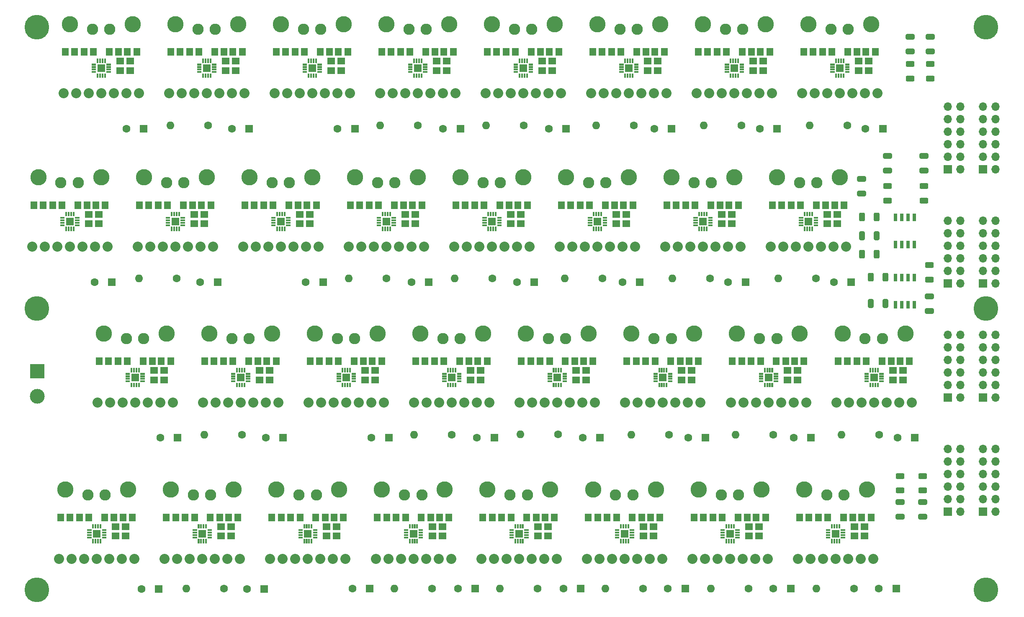
<source format=gbr>
%TF.GenerationSoftware,KiCad,Pcbnew,7.0.0*%
%TF.CreationDate,2024-03-13T15:59:32+01:00*%
%TF.ProjectId,TDM_board,54444d5f-626f-4617-9264-2e6b69636164,rev?*%
%TF.SameCoordinates,Original*%
%TF.FileFunction,Soldermask,Top*%
%TF.FilePolarity,Negative*%
%FSLAX46Y46*%
G04 Gerber Fmt 4.6, Leading zero omitted, Abs format (unit mm)*
G04 Created by KiCad (PCBNEW 7.0.0) date 2024-03-13 15:59:32*
%MOMM*%
%LPD*%
G01*
G04 APERTURE LIST*
G04 Aperture macros list*
%AMRoundRect*
0 Rectangle with rounded corners*
0 $1 Rounding radius*
0 $2 $3 $4 $5 $6 $7 $8 $9 X,Y pos of 4 corners*
0 Add a 4 corners polygon primitive as box body*
4,1,4,$2,$3,$4,$5,$6,$7,$8,$9,$2,$3,0*
0 Add four circle primitives for the rounded corners*
1,1,$1+$1,$2,$3*
1,1,$1+$1,$4,$5*
1,1,$1+$1,$6,$7*
1,1,$1+$1,$8,$9*
0 Add four rect primitives between the rounded corners*
20,1,$1+$1,$2,$3,$4,$5,0*
20,1,$1+$1,$4,$5,$6,$7,0*
20,1,$1+$1,$6,$7,$8,$9,0*
20,1,$1+$1,$8,$9,$2,$3,0*%
G04 Aperture macros list end*
%ADD10C,3.301600*%
%ADD11C,1.600000*%
%ADD12O,1.600000X1.600000*%
%ADD13RoundRect,0.050800X0.620000X0.750000X-0.620000X0.750000X-0.620000X-0.750000X0.620000X-0.750000X0*%
%ADD14RoundRect,0.050800X-0.620000X-0.750000X0.620000X-0.750000X0.620000X0.750000X-0.620000X0.750000X0*%
%ADD15C,2.032000*%
%ADD16C,2.286000*%
%ADD17RoundRect,0.050800X0.750000X-0.750000X0.750000X0.750000X-0.750000X0.750000X-0.750000X-0.750000X0*%
%ADD18RoundRect,0.250000X-0.650000X0.325000X-0.650000X-0.325000X0.650000X-0.325000X0.650000X0.325000X0*%
%ADD19RoundRect,0.050800X0.750000X-0.620000X0.750000X0.620000X-0.750000X0.620000X-0.750000X-0.620000X0*%
%ADD20R,1.600000X1.600000*%
%ADD21R,1.700000X1.700000*%
%ADD22O,1.700000X1.700000*%
%ADD23C,5.000000*%
%ADD24RoundRect,0.250000X0.650000X-0.325000X0.650000X0.325000X-0.650000X0.325000X-0.650000X-0.325000X0*%
%ADD25R,3.000000X3.000000*%
%ADD26C,3.000000*%
%ADD27RoundRect,0.250000X0.312500X0.625000X-0.312500X0.625000X-0.312500X-0.625000X0.312500X-0.625000X0*%
%ADD28RoundRect,0.250000X0.625000X-0.312500X0.625000X0.312500X-0.625000X0.312500X-0.625000X-0.312500X0*%
%ADD29RoundRect,0.250000X0.325000X0.650000X-0.325000X0.650000X-0.325000X-0.650000X0.325000X-0.650000X0*%
%ADD30RoundRect,0.250000X-0.625000X0.312500X-0.625000X-0.312500X0.625000X-0.312500X0.625000X0.312500X0*%
%ADD31R,0.700000X1.550000*%
G04 APERTURE END LIST*
%TO.C,U21*%
G36*
X157712919Y-96936062D02*
G01*
X157362919Y-96936062D01*
X157362919Y-96056062D01*
X157712919Y-96056062D01*
X157712919Y-96936062D01*
G37*
G36*
X158212919Y-96936062D02*
G01*
X157862919Y-96936062D01*
X157862919Y-96056062D01*
X158212919Y-96056062D01*
X158212919Y-96936062D01*
G37*
G36*
X158712919Y-96936062D02*
G01*
X158362919Y-96936062D01*
X158362919Y-96056062D01*
X158712919Y-96056062D01*
X158712919Y-96936062D01*
G37*
G36*
X159212919Y-96936062D02*
G01*
X158862919Y-96936062D01*
X158862919Y-96056062D01*
X159212919Y-96056062D01*
X159212919Y-96936062D01*
G37*
G36*
X157227919Y-95921062D02*
G01*
X156347919Y-95921062D01*
X156347919Y-95571062D01*
X157227919Y-95571062D01*
X157227919Y-95921062D01*
G37*
G36*
X160227919Y-95921062D02*
G01*
X159347919Y-95921062D01*
X159347919Y-95571062D01*
X160227919Y-95571062D01*
X160227919Y-95921062D01*
G37*
G36*
X157227919Y-95421062D02*
G01*
X156347919Y-95421062D01*
X156347919Y-95071062D01*
X157227919Y-95071062D01*
X157227919Y-95421062D01*
G37*
G36*
X160227919Y-95421062D02*
G01*
X159347919Y-95421062D01*
X159347919Y-95071062D01*
X160227919Y-95071062D01*
X160227919Y-95421062D01*
G37*
G36*
X157227919Y-94921062D02*
G01*
X156347919Y-94921062D01*
X156347919Y-94571062D01*
X157227919Y-94571062D01*
X157227919Y-94921062D01*
G37*
G36*
X160227919Y-94921062D02*
G01*
X159347919Y-94921062D01*
X159347919Y-94571062D01*
X160227919Y-94571062D01*
X160227919Y-94921062D01*
G37*
G36*
X157227919Y-94421062D02*
G01*
X156347919Y-94421062D01*
X156347919Y-94071062D01*
X157227919Y-94071062D01*
X157227919Y-94421062D01*
G37*
G36*
X160227919Y-94421062D02*
G01*
X159347919Y-94421062D01*
X159347919Y-94071062D01*
X160227919Y-94071062D01*
X160227919Y-94421062D01*
G37*
G36*
X157712919Y-93936062D02*
G01*
X157362919Y-93936062D01*
X157362919Y-93056062D01*
X157712919Y-93056062D01*
X157712919Y-93936062D01*
G37*
G36*
X158212919Y-93936062D02*
G01*
X157862919Y-93936062D01*
X157862919Y-93056062D01*
X158212919Y-93056062D01*
X158212919Y-93936062D01*
G37*
G36*
X158712919Y-93936062D02*
G01*
X158362919Y-93936062D01*
X158362919Y-93056062D01*
X158712919Y-93056062D01*
X158712919Y-93936062D01*
G37*
G36*
X159212919Y-93936062D02*
G01*
X158862919Y-93936062D01*
X158862919Y-93056062D01*
X159212919Y-93056062D01*
X159212919Y-93936062D01*
G37*
%TO.C,U19*%
G36*
X115017713Y-96936062D02*
G01*
X114667713Y-96936062D01*
X114667713Y-96056062D01*
X115017713Y-96056062D01*
X115017713Y-96936062D01*
G37*
G36*
X115517713Y-96936062D02*
G01*
X115167713Y-96936062D01*
X115167713Y-96056062D01*
X115517713Y-96056062D01*
X115517713Y-96936062D01*
G37*
G36*
X116017713Y-96936062D02*
G01*
X115667713Y-96936062D01*
X115667713Y-96056062D01*
X116017713Y-96056062D01*
X116017713Y-96936062D01*
G37*
G36*
X116517713Y-96936062D02*
G01*
X116167713Y-96936062D01*
X116167713Y-96056062D01*
X116517713Y-96056062D01*
X116517713Y-96936062D01*
G37*
G36*
X114532713Y-95921062D02*
G01*
X113652713Y-95921062D01*
X113652713Y-95571062D01*
X114532713Y-95571062D01*
X114532713Y-95921062D01*
G37*
G36*
X117532713Y-95921062D02*
G01*
X116652713Y-95921062D01*
X116652713Y-95571062D01*
X117532713Y-95571062D01*
X117532713Y-95921062D01*
G37*
G36*
X114532713Y-95421062D02*
G01*
X113652713Y-95421062D01*
X113652713Y-95071062D01*
X114532713Y-95071062D01*
X114532713Y-95421062D01*
G37*
G36*
X117532713Y-95421062D02*
G01*
X116652713Y-95421062D01*
X116652713Y-95071062D01*
X117532713Y-95071062D01*
X117532713Y-95421062D01*
G37*
G36*
X114532713Y-94921062D02*
G01*
X113652713Y-94921062D01*
X113652713Y-94571062D01*
X114532713Y-94571062D01*
X114532713Y-94921062D01*
G37*
G36*
X117532713Y-94921062D02*
G01*
X116652713Y-94921062D01*
X116652713Y-94571062D01*
X117532713Y-94571062D01*
X117532713Y-94921062D01*
G37*
G36*
X114532713Y-94421062D02*
G01*
X113652713Y-94421062D01*
X113652713Y-94071062D01*
X114532713Y-94071062D01*
X114532713Y-94421062D01*
G37*
G36*
X117532713Y-94421062D02*
G01*
X116652713Y-94421062D01*
X116652713Y-94071062D01*
X117532713Y-94071062D01*
X117532713Y-94421062D01*
G37*
G36*
X115017713Y-93936062D02*
G01*
X114667713Y-93936062D01*
X114667713Y-93056062D01*
X115017713Y-93056062D01*
X115017713Y-93936062D01*
G37*
G36*
X115517713Y-93936062D02*
G01*
X115167713Y-93936062D01*
X115167713Y-93056062D01*
X115517713Y-93056062D01*
X115517713Y-93936062D01*
G37*
G36*
X116017713Y-93936062D02*
G01*
X115667713Y-93936062D01*
X115667713Y-93056062D01*
X116017713Y-93056062D01*
X116017713Y-93936062D01*
G37*
G36*
X116517713Y-93936062D02*
G01*
X116167713Y-93936062D01*
X116167713Y-93056062D01*
X116517713Y-93056062D01*
X116517713Y-93936062D01*
G37*
%TO.C,U18*%
G36*
X93670110Y-96936062D02*
G01*
X93320110Y-96936062D01*
X93320110Y-96056062D01*
X93670110Y-96056062D01*
X93670110Y-96936062D01*
G37*
G36*
X94170110Y-96936062D02*
G01*
X93820110Y-96936062D01*
X93820110Y-96056062D01*
X94170110Y-96056062D01*
X94170110Y-96936062D01*
G37*
G36*
X94670110Y-96936062D02*
G01*
X94320110Y-96936062D01*
X94320110Y-96056062D01*
X94670110Y-96056062D01*
X94670110Y-96936062D01*
G37*
G36*
X95170110Y-96936062D02*
G01*
X94820110Y-96936062D01*
X94820110Y-96056062D01*
X95170110Y-96056062D01*
X95170110Y-96936062D01*
G37*
G36*
X93185110Y-95921062D02*
G01*
X92305110Y-95921062D01*
X92305110Y-95571062D01*
X93185110Y-95571062D01*
X93185110Y-95921062D01*
G37*
G36*
X96185110Y-95921062D02*
G01*
X95305110Y-95921062D01*
X95305110Y-95571062D01*
X96185110Y-95571062D01*
X96185110Y-95921062D01*
G37*
G36*
X93185110Y-95421062D02*
G01*
X92305110Y-95421062D01*
X92305110Y-95071062D01*
X93185110Y-95071062D01*
X93185110Y-95421062D01*
G37*
G36*
X96185110Y-95421062D02*
G01*
X95305110Y-95421062D01*
X95305110Y-95071062D01*
X96185110Y-95071062D01*
X96185110Y-95421062D01*
G37*
G36*
X93185110Y-94921062D02*
G01*
X92305110Y-94921062D01*
X92305110Y-94571062D01*
X93185110Y-94571062D01*
X93185110Y-94921062D01*
G37*
G36*
X96185110Y-94921062D02*
G01*
X95305110Y-94921062D01*
X95305110Y-94571062D01*
X96185110Y-94571062D01*
X96185110Y-94921062D01*
G37*
G36*
X93185110Y-94421062D02*
G01*
X92305110Y-94421062D01*
X92305110Y-94071062D01*
X93185110Y-94071062D01*
X93185110Y-94421062D01*
G37*
G36*
X96185110Y-94421062D02*
G01*
X95305110Y-94421062D01*
X95305110Y-94071062D01*
X96185110Y-94071062D01*
X96185110Y-94421062D01*
G37*
G36*
X93670110Y-93936062D02*
G01*
X93320110Y-93936062D01*
X93320110Y-93056062D01*
X93670110Y-93056062D01*
X93670110Y-93936062D01*
G37*
G36*
X94170110Y-93936062D02*
G01*
X93820110Y-93936062D01*
X93820110Y-93056062D01*
X94170110Y-93056062D01*
X94170110Y-93936062D01*
G37*
G36*
X94670110Y-93936062D02*
G01*
X94320110Y-93936062D01*
X94320110Y-93056062D01*
X94670110Y-93056062D01*
X94670110Y-93936062D01*
G37*
G36*
X95170110Y-93936062D02*
G01*
X94820110Y-93936062D01*
X94820110Y-93056062D01*
X95170110Y-93056062D01*
X95170110Y-93936062D01*
G37*
%TO.C,U2*%
G36*
X86808077Y-34283296D02*
G01*
X86458077Y-34283296D01*
X86458077Y-33403296D01*
X86808077Y-33403296D01*
X86808077Y-34283296D01*
G37*
G36*
X87308077Y-34283296D02*
G01*
X86958077Y-34283296D01*
X86958077Y-33403296D01*
X87308077Y-33403296D01*
X87308077Y-34283296D01*
G37*
G36*
X87808077Y-34283296D02*
G01*
X87458077Y-34283296D01*
X87458077Y-33403296D01*
X87808077Y-33403296D01*
X87808077Y-34283296D01*
G37*
G36*
X88308077Y-34283296D02*
G01*
X87958077Y-34283296D01*
X87958077Y-33403296D01*
X88308077Y-33403296D01*
X88308077Y-34283296D01*
G37*
G36*
X86323077Y-33268296D02*
G01*
X85443077Y-33268296D01*
X85443077Y-32918296D01*
X86323077Y-32918296D01*
X86323077Y-33268296D01*
G37*
G36*
X89323077Y-33268296D02*
G01*
X88443077Y-33268296D01*
X88443077Y-32918296D01*
X89323077Y-32918296D01*
X89323077Y-33268296D01*
G37*
G36*
X86323077Y-32768296D02*
G01*
X85443077Y-32768296D01*
X85443077Y-32418296D01*
X86323077Y-32418296D01*
X86323077Y-32768296D01*
G37*
G36*
X89323077Y-32768296D02*
G01*
X88443077Y-32768296D01*
X88443077Y-32418296D01*
X89323077Y-32418296D01*
X89323077Y-32768296D01*
G37*
G36*
X86323077Y-32268296D02*
G01*
X85443077Y-32268296D01*
X85443077Y-31918296D01*
X86323077Y-31918296D01*
X86323077Y-32268296D01*
G37*
G36*
X89323077Y-32268296D02*
G01*
X88443077Y-32268296D01*
X88443077Y-31918296D01*
X89323077Y-31918296D01*
X89323077Y-32268296D01*
G37*
G36*
X86323077Y-31768296D02*
G01*
X85443077Y-31768296D01*
X85443077Y-31418296D01*
X86323077Y-31418296D01*
X86323077Y-31768296D01*
G37*
G36*
X89323077Y-31768296D02*
G01*
X88443077Y-31768296D01*
X88443077Y-31418296D01*
X89323077Y-31418296D01*
X89323077Y-31768296D01*
G37*
G36*
X86808077Y-31283296D02*
G01*
X86458077Y-31283296D01*
X86458077Y-30403296D01*
X86808077Y-30403296D01*
X86808077Y-31283296D01*
G37*
G36*
X87308077Y-31283296D02*
G01*
X86958077Y-31283296D01*
X86958077Y-30403296D01*
X87308077Y-30403296D01*
X87308077Y-31283296D01*
G37*
G36*
X87808077Y-31283296D02*
G01*
X87458077Y-31283296D01*
X87458077Y-30403296D01*
X87808077Y-30403296D01*
X87808077Y-31283296D01*
G37*
G36*
X88308077Y-31283296D02*
G01*
X87958077Y-31283296D01*
X87958077Y-30403296D01*
X88308077Y-30403296D01*
X88308077Y-31283296D01*
G37*
%TO.C,U32*%
G36*
X213979994Y-128563000D02*
G01*
X213629994Y-128563000D01*
X213629994Y-127683000D01*
X213979994Y-127683000D01*
X213979994Y-128563000D01*
G37*
G36*
X214479994Y-128563000D02*
G01*
X214129994Y-128563000D01*
X214129994Y-127683000D01*
X214479994Y-127683000D01*
X214479994Y-128563000D01*
G37*
G36*
X214979994Y-128563000D02*
G01*
X214629994Y-128563000D01*
X214629994Y-127683000D01*
X214979994Y-127683000D01*
X214979994Y-128563000D01*
G37*
G36*
X215479994Y-128563000D02*
G01*
X215129994Y-128563000D01*
X215129994Y-127683000D01*
X215479994Y-127683000D01*
X215479994Y-128563000D01*
G37*
G36*
X213494994Y-127548000D02*
G01*
X212614994Y-127548000D01*
X212614994Y-127198000D01*
X213494994Y-127198000D01*
X213494994Y-127548000D01*
G37*
G36*
X216494994Y-127548000D02*
G01*
X215614994Y-127548000D01*
X215614994Y-127198000D01*
X216494994Y-127198000D01*
X216494994Y-127548000D01*
G37*
G36*
X213494994Y-127048000D02*
G01*
X212614994Y-127048000D01*
X212614994Y-126698000D01*
X213494994Y-126698000D01*
X213494994Y-127048000D01*
G37*
G36*
X216494994Y-127048000D02*
G01*
X215614994Y-127048000D01*
X215614994Y-126698000D01*
X216494994Y-126698000D01*
X216494994Y-127048000D01*
G37*
G36*
X213494994Y-126548000D02*
G01*
X212614994Y-126548000D01*
X212614994Y-126198000D01*
X213494994Y-126198000D01*
X213494994Y-126548000D01*
G37*
G36*
X216494994Y-126548000D02*
G01*
X215614994Y-126548000D01*
X215614994Y-126198000D01*
X216494994Y-126198000D01*
X216494994Y-126548000D01*
G37*
G36*
X213494994Y-126048000D02*
G01*
X212614994Y-126048000D01*
X212614994Y-125698000D01*
X213494994Y-125698000D01*
X213494994Y-126048000D01*
G37*
G36*
X216494994Y-126048000D02*
G01*
X215614994Y-126048000D01*
X215614994Y-125698000D01*
X216494994Y-125698000D01*
X216494994Y-126048000D01*
G37*
G36*
X213979994Y-125563000D02*
G01*
X213629994Y-125563000D01*
X213629994Y-124683000D01*
X213979994Y-124683000D01*
X213979994Y-125563000D01*
G37*
G36*
X214479994Y-125563000D02*
G01*
X214129994Y-125563000D01*
X214129994Y-124683000D01*
X214479994Y-124683000D01*
X214479994Y-125563000D01*
G37*
G36*
X214979994Y-125563000D02*
G01*
X214629994Y-125563000D01*
X214629994Y-124683000D01*
X214979994Y-124683000D01*
X214979994Y-125563000D01*
G37*
G36*
X215479994Y-125563000D02*
G01*
X215129994Y-125563000D01*
X215129994Y-124683000D01*
X215479994Y-124683000D01*
X215479994Y-125563000D01*
G37*
%TO.C,U14*%
G36*
X165823238Y-65299776D02*
G01*
X165473238Y-65299776D01*
X165473238Y-64419776D01*
X165823238Y-64419776D01*
X165823238Y-65299776D01*
G37*
G36*
X166323238Y-65299776D02*
G01*
X165973238Y-65299776D01*
X165973238Y-64419776D01*
X166323238Y-64419776D01*
X166323238Y-65299776D01*
G37*
G36*
X166823238Y-65299776D02*
G01*
X166473238Y-65299776D01*
X166473238Y-64419776D01*
X166823238Y-64419776D01*
X166823238Y-65299776D01*
G37*
G36*
X167323238Y-65299776D02*
G01*
X166973238Y-65299776D01*
X166973238Y-64419776D01*
X167323238Y-64419776D01*
X167323238Y-65299776D01*
G37*
G36*
X165338238Y-64284776D02*
G01*
X164458238Y-64284776D01*
X164458238Y-63934776D01*
X165338238Y-63934776D01*
X165338238Y-64284776D01*
G37*
G36*
X168338238Y-64284776D02*
G01*
X167458238Y-64284776D01*
X167458238Y-63934776D01*
X168338238Y-63934776D01*
X168338238Y-64284776D01*
G37*
G36*
X165338238Y-63784776D02*
G01*
X164458238Y-63784776D01*
X164458238Y-63434776D01*
X165338238Y-63434776D01*
X165338238Y-63784776D01*
G37*
G36*
X168338238Y-63784776D02*
G01*
X167458238Y-63784776D01*
X167458238Y-63434776D01*
X168338238Y-63434776D01*
X168338238Y-63784776D01*
G37*
G36*
X165338238Y-63284776D02*
G01*
X164458238Y-63284776D01*
X164458238Y-62934776D01*
X165338238Y-62934776D01*
X165338238Y-63284776D01*
G37*
G36*
X168338238Y-63284776D02*
G01*
X167458238Y-63284776D01*
X167458238Y-62934776D01*
X168338238Y-62934776D01*
X168338238Y-63284776D01*
G37*
G36*
X165338238Y-62784776D02*
G01*
X164458238Y-62784776D01*
X164458238Y-62434776D01*
X165338238Y-62434776D01*
X165338238Y-62784776D01*
G37*
G36*
X168338238Y-62784776D02*
G01*
X167458238Y-62784776D01*
X167458238Y-62434776D01*
X168338238Y-62434776D01*
X168338238Y-62784776D01*
G37*
G36*
X165823238Y-62299776D02*
G01*
X165473238Y-62299776D01*
X165473238Y-61419776D01*
X165823238Y-61419776D01*
X165823238Y-62299776D01*
G37*
G36*
X166323238Y-62299776D02*
G01*
X165973238Y-62299776D01*
X165973238Y-61419776D01*
X166323238Y-61419776D01*
X166323238Y-62299776D01*
G37*
G36*
X166823238Y-62299776D02*
G01*
X166473238Y-62299776D01*
X166473238Y-61419776D01*
X166823238Y-61419776D01*
X166823238Y-62299776D01*
G37*
G36*
X167323238Y-62299776D02*
G01*
X166973238Y-62299776D01*
X166973238Y-61419776D01*
X167323238Y-61419776D01*
X167323238Y-62299776D01*
G37*
%TO.C,U4*%
G36*
X129486231Y-34283296D02*
G01*
X129136231Y-34283296D01*
X129136231Y-33403296D01*
X129486231Y-33403296D01*
X129486231Y-34283296D01*
G37*
G36*
X129986231Y-34283296D02*
G01*
X129636231Y-34283296D01*
X129636231Y-33403296D01*
X129986231Y-33403296D01*
X129986231Y-34283296D01*
G37*
G36*
X130486231Y-34283296D02*
G01*
X130136231Y-34283296D01*
X130136231Y-33403296D01*
X130486231Y-33403296D01*
X130486231Y-34283296D01*
G37*
G36*
X130986231Y-34283296D02*
G01*
X130636231Y-34283296D01*
X130636231Y-33403296D01*
X130986231Y-33403296D01*
X130986231Y-34283296D01*
G37*
G36*
X129001231Y-33268296D02*
G01*
X128121231Y-33268296D01*
X128121231Y-32918296D01*
X129001231Y-32918296D01*
X129001231Y-33268296D01*
G37*
G36*
X132001231Y-33268296D02*
G01*
X131121231Y-33268296D01*
X131121231Y-32918296D01*
X132001231Y-32918296D01*
X132001231Y-33268296D01*
G37*
G36*
X129001231Y-32768296D02*
G01*
X128121231Y-32768296D01*
X128121231Y-32418296D01*
X129001231Y-32418296D01*
X129001231Y-32768296D01*
G37*
G36*
X132001231Y-32768296D02*
G01*
X131121231Y-32768296D01*
X131121231Y-32418296D01*
X132001231Y-32418296D01*
X132001231Y-32768296D01*
G37*
G36*
X129001231Y-32268296D02*
G01*
X128121231Y-32268296D01*
X128121231Y-31918296D01*
X129001231Y-31918296D01*
X129001231Y-32268296D01*
G37*
G36*
X132001231Y-32268296D02*
G01*
X131121231Y-32268296D01*
X131121231Y-31918296D01*
X132001231Y-31918296D01*
X132001231Y-32268296D01*
G37*
G36*
X129001231Y-31768296D02*
G01*
X128121231Y-31768296D01*
X128121231Y-31418296D01*
X129001231Y-31418296D01*
X129001231Y-31768296D01*
G37*
G36*
X132001231Y-31768296D02*
G01*
X131121231Y-31768296D01*
X131121231Y-31418296D01*
X132001231Y-31418296D01*
X132001231Y-31768296D01*
G37*
G36*
X129486231Y-31283296D02*
G01*
X129136231Y-31283296D01*
X129136231Y-30403296D01*
X129486231Y-30403296D01*
X129486231Y-31283296D01*
G37*
G36*
X129986231Y-31283296D02*
G01*
X129636231Y-31283296D01*
X129636231Y-30403296D01*
X129986231Y-30403296D01*
X129986231Y-31283296D01*
G37*
G36*
X130486231Y-31283296D02*
G01*
X130136231Y-31283296D01*
X130136231Y-30403296D01*
X130486231Y-30403296D01*
X130486231Y-31283296D01*
G37*
G36*
X130986231Y-31283296D02*
G01*
X130636231Y-31283296D01*
X130636231Y-30403296D01*
X130986231Y-30403296D01*
X130986231Y-31283296D01*
G37*
%TO.C,U13*%
G36*
X144481000Y-65299776D02*
G01*
X144131000Y-65299776D01*
X144131000Y-64419776D01*
X144481000Y-64419776D01*
X144481000Y-65299776D01*
G37*
G36*
X144981000Y-65299776D02*
G01*
X144631000Y-65299776D01*
X144631000Y-64419776D01*
X144981000Y-64419776D01*
X144981000Y-65299776D01*
G37*
G36*
X145481000Y-65299776D02*
G01*
X145131000Y-65299776D01*
X145131000Y-64419776D01*
X145481000Y-64419776D01*
X145481000Y-65299776D01*
G37*
G36*
X145981000Y-65299776D02*
G01*
X145631000Y-65299776D01*
X145631000Y-64419776D01*
X145981000Y-64419776D01*
X145981000Y-65299776D01*
G37*
G36*
X143996000Y-64284776D02*
G01*
X143116000Y-64284776D01*
X143116000Y-63934776D01*
X143996000Y-63934776D01*
X143996000Y-64284776D01*
G37*
G36*
X146996000Y-64284776D02*
G01*
X146116000Y-64284776D01*
X146116000Y-63934776D01*
X146996000Y-63934776D01*
X146996000Y-64284776D01*
G37*
G36*
X143996000Y-63784776D02*
G01*
X143116000Y-63784776D01*
X143116000Y-63434776D01*
X143996000Y-63434776D01*
X143996000Y-63784776D01*
G37*
G36*
X146996000Y-63784776D02*
G01*
X146116000Y-63784776D01*
X146116000Y-63434776D01*
X146996000Y-63434776D01*
X146996000Y-63784776D01*
G37*
G36*
X143996000Y-63284776D02*
G01*
X143116000Y-63284776D01*
X143116000Y-62934776D01*
X143996000Y-62934776D01*
X143996000Y-63284776D01*
G37*
G36*
X146996000Y-63284776D02*
G01*
X146116000Y-63284776D01*
X146116000Y-62934776D01*
X146996000Y-62934776D01*
X146996000Y-63284776D01*
G37*
G36*
X143996000Y-62784776D02*
G01*
X143116000Y-62784776D01*
X143116000Y-62434776D01*
X143996000Y-62434776D01*
X143996000Y-62784776D01*
G37*
G36*
X146996000Y-62784776D02*
G01*
X146116000Y-62784776D01*
X146116000Y-62434776D01*
X146996000Y-62434776D01*
X146996000Y-62784776D01*
G37*
G36*
X144481000Y-62299776D02*
G01*
X144131000Y-62299776D01*
X144131000Y-61419776D01*
X144481000Y-61419776D01*
X144481000Y-62299776D01*
G37*
G36*
X144981000Y-62299776D02*
G01*
X144631000Y-62299776D01*
X144631000Y-61419776D01*
X144981000Y-61419776D01*
X144981000Y-62299776D01*
G37*
G36*
X145481000Y-62299776D02*
G01*
X145131000Y-62299776D01*
X145131000Y-61419776D01*
X145481000Y-61419776D01*
X145481000Y-62299776D01*
G37*
G36*
X145981000Y-62299776D02*
G01*
X145631000Y-62299776D01*
X145631000Y-61419776D01*
X145981000Y-61419776D01*
X145981000Y-62299776D01*
G37*
%TO.C,U10*%
G36*
X80454286Y-65299776D02*
G01*
X80104286Y-65299776D01*
X80104286Y-64419776D01*
X80454286Y-64419776D01*
X80454286Y-65299776D01*
G37*
G36*
X80954286Y-65299776D02*
G01*
X80604286Y-65299776D01*
X80604286Y-64419776D01*
X80954286Y-64419776D01*
X80954286Y-65299776D01*
G37*
G36*
X81454286Y-65299776D02*
G01*
X81104286Y-65299776D01*
X81104286Y-64419776D01*
X81454286Y-64419776D01*
X81454286Y-65299776D01*
G37*
G36*
X81954286Y-65299776D02*
G01*
X81604286Y-65299776D01*
X81604286Y-64419776D01*
X81954286Y-64419776D01*
X81954286Y-65299776D01*
G37*
G36*
X79969286Y-64284776D02*
G01*
X79089286Y-64284776D01*
X79089286Y-63934776D01*
X79969286Y-63934776D01*
X79969286Y-64284776D01*
G37*
G36*
X82969286Y-64284776D02*
G01*
X82089286Y-64284776D01*
X82089286Y-63934776D01*
X82969286Y-63934776D01*
X82969286Y-64284776D01*
G37*
G36*
X79969286Y-63784776D02*
G01*
X79089286Y-63784776D01*
X79089286Y-63434776D01*
X79969286Y-63434776D01*
X79969286Y-63784776D01*
G37*
G36*
X82969286Y-63784776D02*
G01*
X82089286Y-63784776D01*
X82089286Y-63434776D01*
X82969286Y-63434776D01*
X82969286Y-63784776D01*
G37*
G36*
X79969286Y-63284776D02*
G01*
X79089286Y-63284776D01*
X79089286Y-62934776D01*
X79969286Y-62934776D01*
X79969286Y-63284776D01*
G37*
G36*
X82969286Y-63284776D02*
G01*
X82089286Y-63284776D01*
X82089286Y-62934776D01*
X82969286Y-62934776D01*
X82969286Y-63284776D01*
G37*
G36*
X79969286Y-62784776D02*
G01*
X79089286Y-62784776D01*
X79089286Y-62434776D01*
X79969286Y-62434776D01*
X79969286Y-62784776D01*
G37*
G36*
X82969286Y-62784776D02*
G01*
X82089286Y-62784776D01*
X82089286Y-62434776D01*
X82969286Y-62434776D01*
X82969286Y-62784776D01*
G37*
G36*
X80454286Y-62299776D02*
G01*
X80104286Y-62299776D01*
X80104286Y-61419776D01*
X80454286Y-61419776D01*
X80454286Y-62299776D01*
G37*
G36*
X80954286Y-62299776D02*
G01*
X80604286Y-62299776D01*
X80604286Y-61419776D01*
X80954286Y-61419776D01*
X80954286Y-62299776D01*
G37*
G36*
X81454286Y-62299776D02*
G01*
X81104286Y-62299776D01*
X81104286Y-61419776D01*
X81454286Y-61419776D01*
X81454286Y-62299776D01*
G37*
G36*
X81954286Y-62299776D02*
G01*
X81604286Y-62299776D01*
X81604286Y-61419776D01*
X81954286Y-61419776D01*
X81954286Y-62299776D01*
G37*
%TO.C,U28*%
G36*
X128603998Y-128563000D02*
G01*
X128253998Y-128563000D01*
X128253998Y-127683000D01*
X128603998Y-127683000D01*
X128603998Y-128563000D01*
G37*
G36*
X129103998Y-128563000D02*
G01*
X128753998Y-128563000D01*
X128753998Y-127683000D01*
X129103998Y-127683000D01*
X129103998Y-128563000D01*
G37*
G36*
X129603998Y-128563000D02*
G01*
X129253998Y-128563000D01*
X129253998Y-127683000D01*
X129603998Y-127683000D01*
X129603998Y-128563000D01*
G37*
G36*
X130103998Y-128563000D02*
G01*
X129753998Y-128563000D01*
X129753998Y-127683000D01*
X130103998Y-127683000D01*
X130103998Y-128563000D01*
G37*
G36*
X128118998Y-127548000D02*
G01*
X127238998Y-127548000D01*
X127238998Y-127198000D01*
X128118998Y-127198000D01*
X128118998Y-127548000D01*
G37*
G36*
X131118998Y-127548000D02*
G01*
X130238998Y-127548000D01*
X130238998Y-127198000D01*
X131118998Y-127198000D01*
X131118998Y-127548000D01*
G37*
G36*
X128118998Y-127048000D02*
G01*
X127238998Y-127048000D01*
X127238998Y-126698000D01*
X128118998Y-126698000D01*
X128118998Y-127048000D01*
G37*
G36*
X131118998Y-127048000D02*
G01*
X130238998Y-127048000D01*
X130238998Y-126698000D01*
X131118998Y-126698000D01*
X131118998Y-127048000D01*
G37*
G36*
X128118998Y-126548000D02*
G01*
X127238998Y-126548000D01*
X127238998Y-126198000D01*
X128118998Y-126198000D01*
X128118998Y-126548000D01*
G37*
G36*
X131118998Y-126548000D02*
G01*
X130238998Y-126548000D01*
X130238998Y-126198000D01*
X131118998Y-126198000D01*
X131118998Y-126548000D01*
G37*
G36*
X128118998Y-126048000D02*
G01*
X127238998Y-126048000D01*
X127238998Y-125698000D01*
X128118998Y-125698000D01*
X128118998Y-126048000D01*
G37*
G36*
X131118998Y-126048000D02*
G01*
X130238998Y-126048000D01*
X130238998Y-125698000D01*
X131118998Y-125698000D01*
X131118998Y-126048000D01*
G37*
G36*
X128603998Y-125563000D02*
G01*
X128253998Y-125563000D01*
X128253998Y-124683000D01*
X128603998Y-124683000D01*
X128603998Y-125563000D01*
G37*
G36*
X129103998Y-125563000D02*
G01*
X128753998Y-125563000D01*
X128753998Y-124683000D01*
X129103998Y-124683000D01*
X129103998Y-125563000D01*
G37*
G36*
X129603998Y-125563000D02*
G01*
X129253998Y-125563000D01*
X129253998Y-124683000D01*
X129603998Y-124683000D01*
X129603998Y-125563000D01*
G37*
G36*
X130103998Y-125563000D02*
G01*
X129753998Y-125563000D01*
X129753998Y-124683000D01*
X130103998Y-124683000D01*
X130103998Y-125563000D01*
G37*
%TO.C,U5*%
G36*
X150825308Y-34283296D02*
G01*
X150475308Y-34283296D01*
X150475308Y-33403296D01*
X150825308Y-33403296D01*
X150825308Y-34283296D01*
G37*
G36*
X151325308Y-34283296D02*
G01*
X150975308Y-34283296D01*
X150975308Y-33403296D01*
X151325308Y-33403296D01*
X151325308Y-34283296D01*
G37*
G36*
X151825308Y-34283296D02*
G01*
X151475308Y-34283296D01*
X151475308Y-33403296D01*
X151825308Y-33403296D01*
X151825308Y-34283296D01*
G37*
G36*
X152325308Y-34283296D02*
G01*
X151975308Y-34283296D01*
X151975308Y-33403296D01*
X152325308Y-33403296D01*
X152325308Y-34283296D01*
G37*
G36*
X150340308Y-33268296D02*
G01*
X149460308Y-33268296D01*
X149460308Y-32918296D01*
X150340308Y-32918296D01*
X150340308Y-33268296D01*
G37*
G36*
X153340308Y-33268296D02*
G01*
X152460308Y-33268296D01*
X152460308Y-32918296D01*
X153340308Y-32918296D01*
X153340308Y-33268296D01*
G37*
G36*
X150340308Y-32768296D02*
G01*
X149460308Y-32768296D01*
X149460308Y-32418296D01*
X150340308Y-32418296D01*
X150340308Y-32768296D01*
G37*
G36*
X153340308Y-32768296D02*
G01*
X152460308Y-32768296D01*
X152460308Y-32418296D01*
X153340308Y-32418296D01*
X153340308Y-32768296D01*
G37*
G36*
X150340308Y-32268296D02*
G01*
X149460308Y-32268296D01*
X149460308Y-31918296D01*
X150340308Y-31918296D01*
X150340308Y-32268296D01*
G37*
G36*
X153340308Y-32268296D02*
G01*
X152460308Y-32268296D01*
X152460308Y-31918296D01*
X153340308Y-31918296D01*
X153340308Y-32268296D01*
G37*
G36*
X150340308Y-31768296D02*
G01*
X149460308Y-31768296D01*
X149460308Y-31418296D01*
X150340308Y-31418296D01*
X150340308Y-31768296D01*
G37*
G36*
X153340308Y-31768296D02*
G01*
X152460308Y-31768296D01*
X152460308Y-31418296D01*
X153340308Y-31418296D01*
X153340308Y-31768296D01*
G37*
G36*
X150825308Y-31283296D02*
G01*
X150475308Y-31283296D01*
X150475308Y-30403296D01*
X150825308Y-30403296D01*
X150825308Y-31283296D01*
G37*
G36*
X151325308Y-31283296D02*
G01*
X150975308Y-31283296D01*
X150975308Y-30403296D01*
X151325308Y-30403296D01*
X151325308Y-31283296D01*
G37*
G36*
X151825308Y-31283296D02*
G01*
X151475308Y-31283296D01*
X151475308Y-30403296D01*
X151825308Y-30403296D01*
X151825308Y-31283296D01*
G37*
G36*
X152325308Y-31283296D02*
G01*
X151975308Y-31283296D01*
X151975308Y-30403296D01*
X152325308Y-30403296D01*
X152325308Y-31283296D01*
G37*
%TO.C,U1*%
G36*
X65469000Y-34283296D02*
G01*
X65119000Y-34283296D01*
X65119000Y-33403296D01*
X65469000Y-33403296D01*
X65469000Y-34283296D01*
G37*
G36*
X65969000Y-34283296D02*
G01*
X65619000Y-34283296D01*
X65619000Y-33403296D01*
X65969000Y-33403296D01*
X65969000Y-34283296D01*
G37*
G36*
X66469000Y-34283296D02*
G01*
X66119000Y-34283296D01*
X66119000Y-33403296D01*
X66469000Y-33403296D01*
X66469000Y-34283296D01*
G37*
G36*
X66969000Y-34283296D02*
G01*
X66619000Y-34283296D01*
X66619000Y-33403296D01*
X66969000Y-33403296D01*
X66969000Y-34283296D01*
G37*
G36*
X64984000Y-33268296D02*
G01*
X64104000Y-33268296D01*
X64104000Y-32918296D01*
X64984000Y-32918296D01*
X64984000Y-33268296D01*
G37*
G36*
X67984000Y-33268296D02*
G01*
X67104000Y-33268296D01*
X67104000Y-32918296D01*
X67984000Y-32918296D01*
X67984000Y-33268296D01*
G37*
G36*
X64984000Y-32768296D02*
G01*
X64104000Y-32768296D01*
X64104000Y-32418296D01*
X64984000Y-32418296D01*
X64984000Y-32768296D01*
G37*
G36*
X67984000Y-32768296D02*
G01*
X67104000Y-32768296D01*
X67104000Y-32418296D01*
X67984000Y-32418296D01*
X67984000Y-32768296D01*
G37*
G36*
X64984000Y-32268296D02*
G01*
X64104000Y-32268296D01*
X64104000Y-31918296D01*
X64984000Y-31918296D01*
X64984000Y-32268296D01*
G37*
G36*
X67984000Y-32268296D02*
G01*
X67104000Y-32268296D01*
X67104000Y-31918296D01*
X67984000Y-31918296D01*
X67984000Y-32268296D01*
G37*
G36*
X64984000Y-31768296D02*
G01*
X64104000Y-31768296D01*
X64104000Y-31418296D01*
X64984000Y-31418296D01*
X64984000Y-31768296D01*
G37*
G36*
X67984000Y-31768296D02*
G01*
X67104000Y-31768296D01*
X67104000Y-31418296D01*
X67984000Y-31418296D01*
X67984000Y-31768296D01*
G37*
G36*
X65469000Y-31283296D02*
G01*
X65119000Y-31283296D01*
X65119000Y-30403296D01*
X65469000Y-30403296D01*
X65469000Y-31283296D01*
G37*
G36*
X65969000Y-31283296D02*
G01*
X65619000Y-31283296D01*
X65619000Y-30403296D01*
X65969000Y-30403296D01*
X65969000Y-31283296D01*
G37*
G36*
X66469000Y-31283296D02*
G01*
X66119000Y-31283296D01*
X66119000Y-30403296D01*
X66469000Y-30403296D01*
X66469000Y-31283296D01*
G37*
G36*
X66969000Y-31283296D02*
G01*
X66619000Y-31283296D01*
X66619000Y-30403296D01*
X66969000Y-30403296D01*
X66969000Y-31283296D01*
G37*
%TO.C,U6*%
G36*
X172164385Y-34283296D02*
G01*
X171814385Y-34283296D01*
X171814385Y-33403296D01*
X172164385Y-33403296D01*
X172164385Y-34283296D01*
G37*
G36*
X172664385Y-34283296D02*
G01*
X172314385Y-34283296D01*
X172314385Y-33403296D01*
X172664385Y-33403296D01*
X172664385Y-34283296D01*
G37*
G36*
X173164385Y-34283296D02*
G01*
X172814385Y-34283296D01*
X172814385Y-33403296D01*
X173164385Y-33403296D01*
X173164385Y-34283296D01*
G37*
G36*
X173664385Y-34283296D02*
G01*
X173314385Y-34283296D01*
X173314385Y-33403296D01*
X173664385Y-33403296D01*
X173664385Y-34283296D01*
G37*
G36*
X171679385Y-33268296D02*
G01*
X170799385Y-33268296D01*
X170799385Y-32918296D01*
X171679385Y-32918296D01*
X171679385Y-33268296D01*
G37*
G36*
X174679385Y-33268296D02*
G01*
X173799385Y-33268296D01*
X173799385Y-32918296D01*
X174679385Y-32918296D01*
X174679385Y-33268296D01*
G37*
G36*
X171679385Y-32768296D02*
G01*
X170799385Y-32768296D01*
X170799385Y-32418296D01*
X171679385Y-32418296D01*
X171679385Y-32768296D01*
G37*
G36*
X174679385Y-32768296D02*
G01*
X173799385Y-32768296D01*
X173799385Y-32418296D01*
X174679385Y-32418296D01*
X174679385Y-32768296D01*
G37*
G36*
X171679385Y-32268296D02*
G01*
X170799385Y-32268296D01*
X170799385Y-31918296D01*
X171679385Y-31918296D01*
X171679385Y-32268296D01*
G37*
G36*
X174679385Y-32268296D02*
G01*
X173799385Y-32268296D01*
X173799385Y-31918296D01*
X174679385Y-31918296D01*
X174679385Y-32268296D01*
G37*
G36*
X171679385Y-31768296D02*
G01*
X170799385Y-31768296D01*
X170799385Y-31418296D01*
X171679385Y-31418296D01*
X171679385Y-31768296D01*
G37*
G36*
X174679385Y-31768296D02*
G01*
X173799385Y-31768296D01*
X173799385Y-31418296D01*
X174679385Y-31418296D01*
X174679385Y-31768296D01*
G37*
G36*
X172164385Y-31283296D02*
G01*
X171814385Y-31283296D01*
X171814385Y-30403296D01*
X172164385Y-30403296D01*
X172164385Y-31283296D01*
G37*
G36*
X172664385Y-31283296D02*
G01*
X172314385Y-31283296D01*
X172314385Y-30403296D01*
X172664385Y-30403296D01*
X172664385Y-31283296D01*
G37*
G36*
X173164385Y-31283296D02*
G01*
X172814385Y-31283296D01*
X172814385Y-30403296D01*
X173164385Y-30403296D01*
X173164385Y-31283296D01*
G37*
G36*
X173664385Y-31283296D02*
G01*
X173314385Y-31283296D01*
X173314385Y-30403296D01*
X173664385Y-30403296D01*
X173664385Y-31283296D01*
G37*
%TO.C,U9*%
G36*
X59112048Y-65299776D02*
G01*
X58762048Y-65299776D01*
X58762048Y-64419776D01*
X59112048Y-64419776D01*
X59112048Y-65299776D01*
G37*
G36*
X59612048Y-65299776D02*
G01*
X59262048Y-65299776D01*
X59262048Y-64419776D01*
X59612048Y-64419776D01*
X59612048Y-65299776D01*
G37*
G36*
X60112048Y-65299776D02*
G01*
X59762048Y-65299776D01*
X59762048Y-64419776D01*
X60112048Y-64419776D01*
X60112048Y-65299776D01*
G37*
G36*
X60612048Y-65299776D02*
G01*
X60262048Y-65299776D01*
X60262048Y-64419776D01*
X60612048Y-64419776D01*
X60612048Y-65299776D01*
G37*
G36*
X58627048Y-64284776D02*
G01*
X57747048Y-64284776D01*
X57747048Y-63934776D01*
X58627048Y-63934776D01*
X58627048Y-64284776D01*
G37*
G36*
X61627048Y-64284776D02*
G01*
X60747048Y-64284776D01*
X60747048Y-63934776D01*
X61627048Y-63934776D01*
X61627048Y-64284776D01*
G37*
G36*
X58627048Y-63784776D02*
G01*
X57747048Y-63784776D01*
X57747048Y-63434776D01*
X58627048Y-63434776D01*
X58627048Y-63784776D01*
G37*
G36*
X61627048Y-63784776D02*
G01*
X60747048Y-63784776D01*
X60747048Y-63434776D01*
X61627048Y-63434776D01*
X61627048Y-63784776D01*
G37*
G36*
X58627048Y-63284776D02*
G01*
X57747048Y-63284776D01*
X57747048Y-62934776D01*
X58627048Y-62934776D01*
X58627048Y-63284776D01*
G37*
G36*
X61627048Y-63284776D02*
G01*
X60747048Y-63284776D01*
X60747048Y-62934776D01*
X61627048Y-62934776D01*
X61627048Y-63284776D01*
G37*
G36*
X58627048Y-62784776D02*
G01*
X57747048Y-62784776D01*
X57747048Y-62434776D01*
X58627048Y-62434776D01*
X58627048Y-62784776D01*
G37*
G36*
X61627048Y-62784776D02*
G01*
X60747048Y-62784776D01*
X60747048Y-62434776D01*
X61627048Y-62434776D01*
X61627048Y-62784776D01*
G37*
G36*
X59112048Y-62299776D02*
G01*
X58762048Y-62299776D01*
X58762048Y-61419776D01*
X59112048Y-61419776D01*
X59112048Y-62299776D01*
G37*
G36*
X59612048Y-62299776D02*
G01*
X59262048Y-62299776D01*
X59262048Y-61419776D01*
X59612048Y-61419776D01*
X59612048Y-62299776D01*
G37*
G36*
X60112048Y-62299776D02*
G01*
X59762048Y-62299776D01*
X59762048Y-61419776D01*
X60112048Y-61419776D01*
X60112048Y-62299776D01*
G37*
G36*
X60612048Y-62299776D02*
G01*
X60262048Y-62299776D01*
X60262048Y-61419776D01*
X60612048Y-61419776D01*
X60612048Y-62299776D01*
G37*
%TO.C,U8*%
G36*
X214842540Y-34283296D02*
G01*
X214492540Y-34283296D01*
X214492540Y-33403296D01*
X214842540Y-33403296D01*
X214842540Y-34283296D01*
G37*
G36*
X215342540Y-34283296D02*
G01*
X214992540Y-34283296D01*
X214992540Y-33403296D01*
X215342540Y-33403296D01*
X215342540Y-34283296D01*
G37*
G36*
X215842540Y-34283296D02*
G01*
X215492540Y-34283296D01*
X215492540Y-33403296D01*
X215842540Y-33403296D01*
X215842540Y-34283296D01*
G37*
G36*
X216342540Y-34283296D02*
G01*
X215992540Y-34283296D01*
X215992540Y-33403296D01*
X216342540Y-33403296D01*
X216342540Y-34283296D01*
G37*
G36*
X214357540Y-33268296D02*
G01*
X213477540Y-33268296D01*
X213477540Y-32918296D01*
X214357540Y-32918296D01*
X214357540Y-33268296D01*
G37*
G36*
X217357540Y-33268296D02*
G01*
X216477540Y-33268296D01*
X216477540Y-32918296D01*
X217357540Y-32918296D01*
X217357540Y-33268296D01*
G37*
G36*
X214357540Y-32768296D02*
G01*
X213477540Y-32768296D01*
X213477540Y-32418296D01*
X214357540Y-32418296D01*
X214357540Y-32768296D01*
G37*
G36*
X217357540Y-32768296D02*
G01*
X216477540Y-32768296D01*
X216477540Y-32418296D01*
X217357540Y-32418296D01*
X217357540Y-32768296D01*
G37*
G36*
X214357540Y-32268296D02*
G01*
X213477540Y-32268296D01*
X213477540Y-31918296D01*
X214357540Y-31918296D01*
X214357540Y-32268296D01*
G37*
G36*
X217357540Y-32268296D02*
G01*
X216477540Y-32268296D01*
X216477540Y-31918296D01*
X217357540Y-31918296D01*
X217357540Y-32268296D01*
G37*
G36*
X214357540Y-31768296D02*
G01*
X213477540Y-31768296D01*
X213477540Y-31418296D01*
X214357540Y-31418296D01*
X214357540Y-31768296D01*
G37*
G36*
X217357540Y-31768296D02*
G01*
X216477540Y-31768296D01*
X216477540Y-31418296D01*
X217357540Y-31418296D01*
X217357540Y-31768296D01*
G37*
G36*
X214842540Y-31283296D02*
G01*
X214492540Y-31283296D01*
X214492540Y-30403296D01*
X214842540Y-30403296D01*
X214842540Y-31283296D01*
G37*
G36*
X215342540Y-31283296D02*
G01*
X214992540Y-31283296D01*
X214992540Y-30403296D01*
X215342540Y-30403296D01*
X215342540Y-31283296D01*
G37*
G36*
X215842540Y-31283296D02*
G01*
X215492540Y-31283296D01*
X215492540Y-30403296D01*
X215842540Y-30403296D01*
X215842540Y-31283296D01*
G37*
G36*
X216342540Y-31283296D02*
G01*
X215992540Y-31283296D01*
X215992540Y-30403296D01*
X216342540Y-30403296D01*
X216342540Y-31283296D01*
G37*
%TO.C,U23*%
G36*
X200408125Y-96936062D02*
G01*
X200058125Y-96936062D01*
X200058125Y-96056062D01*
X200408125Y-96056062D01*
X200408125Y-96936062D01*
G37*
G36*
X200908125Y-96936062D02*
G01*
X200558125Y-96936062D01*
X200558125Y-96056062D01*
X200908125Y-96056062D01*
X200908125Y-96936062D01*
G37*
G36*
X201408125Y-96936062D02*
G01*
X201058125Y-96936062D01*
X201058125Y-96056062D01*
X201408125Y-96056062D01*
X201408125Y-96936062D01*
G37*
G36*
X201908125Y-96936062D02*
G01*
X201558125Y-96936062D01*
X201558125Y-96056062D01*
X201908125Y-96056062D01*
X201908125Y-96936062D01*
G37*
G36*
X199923125Y-95921062D02*
G01*
X199043125Y-95921062D01*
X199043125Y-95571062D01*
X199923125Y-95571062D01*
X199923125Y-95921062D01*
G37*
G36*
X202923125Y-95921062D02*
G01*
X202043125Y-95921062D01*
X202043125Y-95571062D01*
X202923125Y-95571062D01*
X202923125Y-95921062D01*
G37*
G36*
X199923125Y-95421062D02*
G01*
X199043125Y-95421062D01*
X199043125Y-95071062D01*
X199923125Y-95071062D01*
X199923125Y-95421062D01*
G37*
G36*
X202923125Y-95421062D02*
G01*
X202043125Y-95421062D01*
X202043125Y-95071062D01*
X202923125Y-95071062D01*
X202923125Y-95421062D01*
G37*
G36*
X199923125Y-94921062D02*
G01*
X199043125Y-94921062D01*
X199043125Y-94571062D01*
X199923125Y-94571062D01*
X199923125Y-94921062D01*
G37*
G36*
X202923125Y-94921062D02*
G01*
X202043125Y-94921062D01*
X202043125Y-94571062D01*
X202923125Y-94571062D01*
X202923125Y-94921062D01*
G37*
G36*
X199923125Y-94421062D02*
G01*
X199043125Y-94421062D01*
X199043125Y-94071062D01*
X199923125Y-94071062D01*
X199923125Y-94421062D01*
G37*
G36*
X202923125Y-94421062D02*
G01*
X202043125Y-94421062D01*
X202043125Y-94071062D01*
X202923125Y-94071062D01*
X202923125Y-94421062D01*
G37*
G36*
X200408125Y-93936062D02*
G01*
X200058125Y-93936062D01*
X200058125Y-93056062D01*
X200408125Y-93056062D01*
X200408125Y-93936062D01*
G37*
G36*
X200908125Y-93936062D02*
G01*
X200558125Y-93936062D01*
X200558125Y-93056062D01*
X200908125Y-93056062D01*
X200908125Y-93936062D01*
G37*
G36*
X201408125Y-93936062D02*
G01*
X201058125Y-93936062D01*
X201058125Y-93056062D01*
X201408125Y-93056062D01*
X201408125Y-93936062D01*
G37*
G36*
X201908125Y-93936062D02*
G01*
X201558125Y-93936062D01*
X201558125Y-93056062D01*
X201908125Y-93056062D01*
X201908125Y-93936062D01*
G37*
%TO.C,U11*%
G36*
X101796524Y-65299776D02*
G01*
X101446524Y-65299776D01*
X101446524Y-64419776D01*
X101796524Y-64419776D01*
X101796524Y-65299776D01*
G37*
G36*
X102296524Y-65299776D02*
G01*
X101946524Y-65299776D01*
X101946524Y-64419776D01*
X102296524Y-64419776D01*
X102296524Y-65299776D01*
G37*
G36*
X102796524Y-65299776D02*
G01*
X102446524Y-65299776D01*
X102446524Y-64419776D01*
X102796524Y-64419776D01*
X102796524Y-65299776D01*
G37*
G36*
X103296524Y-65299776D02*
G01*
X102946524Y-65299776D01*
X102946524Y-64419776D01*
X103296524Y-64419776D01*
X103296524Y-65299776D01*
G37*
G36*
X101311524Y-64284776D02*
G01*
X100431524Y-64284776D01*
X100431524Y-63934776D01*
X101311524Y-63934776D01*
X101311524Y-64284776D01*
G37*
G36*
X104311524Y-64284776D02*
G01*
X103431524Y-64284776D01*
X103431524Y-63934776D01*
X104311524Y-63934776D01*
X104311524Y-64284776D01*
G37*
G36*
X101311524Y-63784776D02*
G01*
X100431524Y-63784776D01*
X100431524Y-63434776D01*
X101311524Y-63434776D01*
X101311524Y-63784776D01*
G37*
G36*
X104311524Y-63784776D02*
G01*
X103431524Y-63784776D01*
X103431524Y-63434776D01*
X104311524Y-63434776D01*
X104311524Y-63784776D01*
G37*
G36*
X101311524Y-63284776D02*
G01*
X100431524Y-63284776D01*
X100431524Y-62934776D01*
X101311524Y-62934776D01*
X101311524Y-63284776D01*
G37*
G36*
X104311524Y-63284776D02*
G01*
X103431524Y-63284776D01*
X103431524Y-62934776D01*
X104311524Y-62934776D01*
X104311524Y-63284776D01*
G37*
G36*
X101311524Y-62784776D02*
G01*
X100431524Y-62784776D01*
X100431524Y-62434776D01*
X101311524Y-62434776D01*
X101311524Y-62784776D01*
G37*
G36*
X104311524Y-62784776D02*
G01*
X103431524Y-62784776D01*
X103431524Y-62434776D01*
X104311524Y-62434776D01*
X104311524Y-62784776D01*
G37*
G36*
X101796524Y-62299776D02*
G01*
X101446524Y-62299776D01*
X101446524Y-61419776D01*
X101796524Y-61419776D01*
X101796524Y-62299776D01*
G37*
G36*
X102296524Y-62299776D02*
G01*
X101946524Y-62299776D01*
X101946524Y-61419776D01*
X102296524Y-61419776D01*
X102296524Y-62299776D01*
G37*
G36*
X102796524Y-62299776D02*
G01*
X102446524Y-62299776D01*
X102446524Y-61419776D01*
X102796524Y-61419776D01*
X102796524Y-62299776D01*
G37*
G36*
X103296524Y-62299776D02*
G01*
X102946524Y-62299776D01*
X102946524Y-61419776D01*
X103296524Y-61419776D01*
X103296524Y-62299776D01*
G37*
%TO.C,U20*%
G36*
X136365316Y-96936062D02*
G01*
X136015316Y-96936062D01*
X136015316Y-96056062D01*
X136365316Y-96056062D01*
X136365316Y-96936062D01*
G37*
G36*
X136865316Y-96936062D02*
G01*
X136515316Y-96936062D01*
X136515316Y-96056062D01*
X136865316Y-96056062D01*
X136865316Y-96936062D01*
G37*
G36*
X137365316Y-96936062D02*
G01*
X137015316Y-96936062D01*
X137015316Y-96056062D01*
X137365316Y-96056062D01*
X137365316Y-96936062D01*
G37*
G36*
X137865316Y-96936062D02*
G01*
X137515316Y-96936062D01*
X137515316Y-96056062D01*
X137865316Y-96056062D01*
X137865316Y-96936062D01*
G37*
G36*
X135880316Y-95921062D02*
G01*
X135000316Y-95921062D01*
X135000316Y-95571062D01*
X135880316Y-95571062D01*
X135880316Y-95921062D01*
G37*
G36*
X138880316Y-95921062D02*
G01*
X138000316Y-95921062D01*
X138000316Y-95571062D01*
X138880316Y-95571062D01*
X138880316Y-95921062D01*
G37*
G36*
X135880316Y-95421062D02*
G01*
X135000316Y-95421062D01*
X135000316Y-95071062D01*
X135880316Y-95071062D01*
X135880316Y-95421062D01*
G37*
G36*
X138880316Y-95421062D02*
G01*
X138000316Y-95421062D01*
X138000316Y-95071062D01*
X138880316Y-95071062D01*
X138880316Y-95421062D01*
G37*
G36*
X135880316Y-94921062D02*
G01*
X135000316Y-94921062D01*
X135000316Y-94571062D01*
X135880316Y-94571062D01*
X135880316Y-94921062D01*
G37*
G36*
X138880316Y-94921062D02*
G01*
X138000316Y-94921062D01*
X138000316Y-94571062D01*
X138880316Y-94571062D01*
X138880316Y-94921062D01*
G37*
G36*
X135880316Y-94421062D02*
G01*
X135000316Y-94421062D01*
X135000316Y-94071062D01*
X135880316Y-94071062D01*
X135880316Y-94421062D01*
G37*
G36*
X138880316Y-94421062D02*
G01*
X138000316Y-94421062D01*
X138000316Y-94071062D01*
X138880316Y-94071062D01*
X138880316Y-94421062D01*
G37*
G36*
X136365316Y-93936062D02*
G01*
X136015316Y-93936062D01*
X136015316Y-93056062D01*
X136365316Y-93056062D01*
X136365316Y-93936062D01*
G37*
G36*
X136865316Y-93936062D02*
G01*
X136515316Y-93936062D01*
X136515316Y-93056062D01*
X136865316Y-93056062D01*
X136865316Y-93936062D01*
G37*
G36*
X137365316Y-93936062D02*
G01*
X137015316Y-93936062D01*
X137015316Y-93056062D01*
X137365316Y-93056062D01*
X137365316Y-93936062D01*
G37*
G36*
X137865316Y-93936062D02*
G01*
X137515316Y-93936062D01*
X137515316Y-93056062D01*
X137865316Y-93056062D01*
X137865316Y-93936062D01*
G37*
%TO.C,U31*%
G36*
X192635995Y-128563000D02*
G01*
X192285995Y-128563000D01*
X192285995Y-127683000D01*
X192635995Y-127683000D01*
X192635995Y-128563000D01*
G37*
G36*
X193135995Y-128563000D02*
G01*
X192785995Y-128563000D01*
X192785995Y-127683000D01*
X193135995Y-127683000D01*
X193135995Y-128563000D01*
G37*
G36*
X193635995Y-128563000D02*
G01*
X193285995Y-128563000D01*
X193285995Y-127683000D01*
X193635995Y-127683000D01*
X193635995Y-128563000D01*
G37*
G36*
X194135995Y-128563000D02*
G01*
X193785995Y-128563000D01*
X193785995Y-127683000D01*
X194135995Y-127683000D01*
X194135995Y-128563000D01*
G37*
G36*
X192150995Y-127548000D02*
G01*
X191270995Y-127548000D01*
X191270995Y-127198000D01*
X192150995Y-127198000D01*
X192150995Y-127548000D01*
G37*
G36*
X195150995Y-127548000D02*
G01*
X194270995Y-127548000D01*
X194270995Y-127198000D01*
X195150995Y-127198000D01*
X195150995Y-127548000D01*
G37*
G36*
X192150995Y-127048000D02*
G01*
X191270995Y-127048000D01*
X191270995Y-126698000D01*
X192150995Y-126698000D01*
X192150995Y-127048000D01*
G37*
G36*
X195150995Y-127048000D02*
G01*
X194270995Y-127048000D01*
X194270995Y-126698000D01*
X195150995Y-126698000D01*
X195150995Y-127048000D01*
G37*
G36*
X192150995Y-126548000D02*
G01*
X191270995Y-126548000D01*
X191270995Y-126198000D01*
X192150995Y-126198000D01*
X192150995Y-126548000D01*
G37*
G36*
X195150995Y-126548000D02*
G01*
X194270995Y-126548000D01*
X194270995Y-126198000D01*
X195150995Y-126198000D01*
X195150995Y-126548000D01*
G37*
G36*
X192150995Y-126048000D02*
G01*
X191270995Y-126048000D01*
X191270995Y-125698000D01*
X192150995Y-125698000D01*
X192150995Y-126048000D01*
G37*
G36*
X195150995Y-126048000D02*
G01*
X194270995Y-126048000D01*
X194270995Y-125698000D01*
X195150995Y-125698000D01*
X195150995Y-126048000D01*
G37*
G36*
X192635995Y-125563000D02*
G01*
X192285995Y-125563000D01*
X192285995Y-124683000D01*
X192635995Y-124683000D01*
X192635995Y-125563000D01*
G37*
G36*
X193135995Y-125563000D02*
G01*
X192785995Y-125563000D01*
X192785995Y-124683000D01*
X193135995Y-124683000D01*
X193135995Y-125563000D01*
G37*
G36*
X193635995Y-125563000D02*
G01*
X193285995Y-125563000D01*
X193285995Y-124683000D01*
X193635995Y-124683000D01*
X193635995Y-125563000D01*
G37*
G36*
X194135995Y-125563000D02*
G01*
X193785995Y-125563000D01*
X193785995Y-124683000D01*
X194135995Y-124683000D01*
X194135995Y-125563000D01*
G37*
%TO.C,U26*%
G36*
X85916000Y-128563000D02*
G01*
X85566000Y-128563000D01*
X85566000Y-127683000D01*
X85916000Y-127683000D01*
X85916000Y-128563000D01*
G37*
G36*
X86416000Y-128563000D02*
G01*
X86066000Y-128563000D01*
X86066000Y-127683000D01*
X86416000Y-127683000D01*
X86416000Y-128563000D01*
G37*
G36*
X86916000Y-128563000D02*
G01*
X86566000Y-128563000D01*
X86566000Y-127683000D01*
X86916000Y-127683000D01*
X86916000Y-128563000D01*
G37*
G36*
X87416000Y-128563000D02*
G01*
X87066000Y-128563000D01*
X87066000Y-127683000D01*
X87416000Y-127683000D01*
X87416000Y-128563000D01*
G37*
G36*
X85431000Y-127548000D02*
G01*
X84551000Y-127548000D01*
X84551000Y-127198000D01*
X85431000Y-127198000D01*
X85431000Y-127548000D01*
G37*
G36*
X88431000Y-127548000D02*
G01*
X87551000Y-127548000D01*
X87551000Y-127198000D01*
X88431000Y-127198000D01*
X88431000Y-127548000D01*
G37*
G36*
X85431000Y-127048000D02*
G01*
X84551000Y-127048000D01*
X84551000Y-126698000D01*
X85431000Y-126698000D01*
X85431000Y-127048000D01*
G37*
G36*
X88431000Y-127048000D02*
G01*
X87551000Y-127048000D01*
X87551000Y-126698000D01*
X88431000Y-126698000D01*
X88431000Y-127048000D01*
G37*
G36*
X85431000Y-126548000D02*
G01*
X84551000Y-126548000D01*
X84551000Y-126198000D01*
X85431000Y-126198000D01*
X85431000Y-126548000D01*
G37*
G36*
X88431000Y-126548000D02*
G01*
X87551000Y-126548000D01*
X87551000Y-126198000D01*
X88431000Y-126198000D01*
X88431000Y-126548000D01*
G37*
G36*
X85431000Y-126048000D02*
G01*
X84551000Y-126048000D01*
X84551000Y-125698000D01*
X85431000Y-125698000D01*
X85431000Y-126048000D01*
G37*
G36*
X88431000Y-126048000D02*
G01*
X87551000Y-126048000D01*
X87551000Y-125698000D01*
X88431000Y-125698000D01*
X88431000Y-126048000D01*
G37*
G36*
X85916000Y-125563000D02*
G01*
X85566000Y-125563000D01*
X85566000Y-124683000D01*
X85916000Y-124683000D01*
X85916000Y-125563000D01*
G37*
G36*
X86416000Y-125563000D02*
G01*
X86066000Y-125563000D01*
X86066000Y-124683000D01*
X86416000Y-124683000D01*
X86416000Y-125563000D01*
G37*
G36*
X86916000Y-125563000D02*
G01*
X86566000Y-125563000D01*
X86566000Y-124683000D01*
X86916000Y-124683000D01*
X86916000Y-125563000D01*
G37*
G36*
X87416000Y-125563000D02*
G01*
X87066000Y-125563000D01*
X87066000Y-124683000D01*
X87416000Y-124683000D01*
X87416000Y-125563000D01*
G37*
%TO.C,U29*%
G36*
X149947997Y-128563000D02*
G01*
X149597997Y-128563000D01*
X149597997Y-127683000D01*
X149947997Y-127683000D01*
X149947997Y-128563000D01*
G37*
G36*
X150447997Y-128563000D02*
G01*
X150097997Y-128563000D01*
X150097997Y-127683000D01*
X150447997Y-127683000D01*
X150447997Y-128563000D01*
G37*
G36*
X150947997Y-128563000D02*
G01*
X150597997Y-128563000D01*
X150597997Y-127683000D01*
X150947997Y-127683000D01*
X150947997Y-128563000D01*
G37*
G36*
X151447997Y-128563000D02*
G01*
X151097997Y-128563000D01*
X151097997Y-127683000D01*
X151447997Y-127683000D01*
X151447997Y-128563000D01*
G37*
G36*
X149462997Y-127548000D02*
G01*
X148582997Y-127548000D01*
X148582997Y-127198000D01*
X149462997Y-127198000D01*
X149462997Y-127548000D01*
G37*
G36*
X152462997Y-127548000D02*
G01*
X151582997Y-127548000D01*
X151582997Y-127198000D01*
X152462997Y-127198000D01*
X152462997Y-127548000D01*
G37*
G36*
X149462997Y-127048000D02*
G01*
X148582997Y-127048000D01*
X148582997Y-126698000D01*
X149462997Y-126698000D01*
X149462997Y-127048000D01*
G37*
G36*
X152462997Y-127048000D02*
G01*
X151582997Y-127048000D01*
X151582997Y-126698000D01*
X152462997Y-126698000D01*
X152462997Y-127048000D01*
G37*
G36*
X149462997Y-126548000D02*
G01*
X148582997Y-126548000D01*
X148582997Y-126198000D01*
X149462997Y-126198000D01*
X149462997Y-126548000D01*
G37*
G36*
X152462997Y-126548000D02*
G01*
X151582997Y-126548000D01*
X151582997Y-126198000D01*
X152462997Y-126198000D01*
X152462997Y-126548000D01*
G37*
G36*
X149462997Y-126048000D02*
G01*
X148582997Y-126048000D01*
X148582997Y-125698000D01*
X149462997Y-125698000D01*
X149462997Y-126048000D01*
G37*
G36*
X152462997Y-126048000D02*
G01*
X151582997Y-126048000D01*
X151582997Y-125698000D01*
X152462997Y-125698000D01*
X152462997Y-126048000D01*
G37*
G36*
X149947997Y-125563000D02*
G01*
X149597997Y-125563000D01*
X149597997Y-124683000D01*
X149947997Y-124683000D01*
X149947997Y-125563000D01*
G37*
G36*
X150447997Y-125563000D02*
G01*
X150097997Y-125563000D01*
X150097997Y-124683000D01*
X150447997Y-124683000D01*
X150447997Y-125563000D01*
G37*
G36*
X150947997Y-125563000D02*
G01*
X150597997Y-125563000D01*
X150597997Y-124683000D01*
X150947997Y-124683000D01*
X150947997Y-125563000D01*
G37*
G36*
X151447997Y-125563000D02*
G01*
X151097997Y-125563000D01*
X151097997Y-124683000D01*
X151447997Y-124683000D01*
X151447997Y-125563000D01*
G37*
%TO.C,U15*%
G36*
X187165476Y-65299776D02*
G01*
X186815476Y-65299776D01*
X186815476Y-64419776D01*
X187165476Y-64419776D01*
X187165476Y-65299776D01*
G37*
G36*
X187665476Y-65299776D02*
G01*
X187315476Y-65299776D01*
X187315476Y-64419776D01*
X187665476Y-64419776D01*
X187665476Y-65299776D01*
G37*
G36*
X188165476Y-65299776D02*
G01*
X187815476Y-65299776D01*
X187815476Y-64419776D01*
X188165476Y-64419776D01*
X188165476Y-65299776D01*
G37*
G36*
X188665476Y-65299776D02*
G01*
X188315476Y-65299776D01*
X188315476Y-64419776D01*
X188665476Y-64419776D01*
X188665476Y-65299776D01*
G37*
G36*
X186680476Y-64284776D02*
G01*
X185800476Y-64284776D01*
X185800476Y-63934776D01*
X186680476Y-63934776D01*
X186680476Y-64284776D01*
G37*
G36*
X189680476Y-64284776D02*
G01*
X188800476Y-64284776D01*
X188800476Y-63934776D01*
X189680476Y-63934776D01*
X189680476Y-64284776D01*
G37*
G36*
X186680476Y-63784776D02*
G01*
X185800476Y-63784776D01*
X185800476Y-63434776D01*
X186680476Y-63434776D01*
X186680476Y-63784776D01*
G37*
G36*
X189680476Y-63784776D02*
G01*
X188800476Y-63784776D01*
X188800476Y-63434776D01*
X189680476Y-63434776D01*
X189680476Y-63784776D01*
G37*
G36*
X186680476Y-63284776D02*
G01*
X185800476Y-63284776D01*
X185800476Y-62934776D01*
X186680476Y-62934776D01*
X186680476Y-63284776D01*
G37*
G36*
X189680476Y-63284776D02*
G01*
X188800476Y-63284776D01*
X188800476Y-62934776D01*
X189680476Y-62934776D01*
X189680476Y-63284776D01*
G37*
G36*
X186680476Y-62784776D02*
G01*
X185800476Y-62784776D01*
X185800476Y-62434776D01*
X186680476Y-62434776D01*
X186680476Y-62784776D01*
G37*
G36*
X189680476Y-62784776D02*
G01*
X188800476Y-62784776D01*
X188800476Y-62434776D01*
X189680476Y-62434776D01*
X189680476Y-62784776D01*
G37*
G36*
X187165476Y-62299776D02*
G01*
X186815476Y-62299776D01*
X186815476Y-61419776D01*
X187165476Y-61419776D01*
X187165476Y-62299776D01*
G37*
G36*
X187665476Y-62299776D02*
G01*
X187315476Y-62299776D01*
X187315476Y-61419776D01*
X187665476Y-61419776D01*
X187665476Y-62299776D01*
G37*
G36*
X188165476Y-62299776D02*
G01*
X187815476Y-62299776D01*
X187815476Y-61419776D01*
X188165476Y-61419776D01*
X188165476Y-62299776D01*
G37*
G36*
X188665476Y-62299776D02*
G01*
X188315476Y-62299776D01*
X188315476Y-61419776D01*
X188665476Y-61419776D01*
X188665476Y-62299776D01*
G37*
%TO.C,U27*%
G36*
X107259999Y-128563000D02*
G01*
X106909999Y-128563000D01*
X106909999Y-127683000D01*
X107259999Y-127683000D01*
X107259999Y-128563000D01*
G37*
G36*
X107759999Y-128563000D02*
G01*
X107409999Y-128563000D01*
X107409999Y-127683000D01*
X107759999Y-127683000D01*
X107759999Y-128563000D01*
G37*
G36*
X108259999Y-128563000D02*
G01*
X107909999Y-128563000D01*
X107909999Y-127683000D01*
X108259999Y-127683000D01*
X108259999Y-128563000D01*
G37*
G36*
X108759999Y-128563000D02*
G01*
X108409999Y-128563000D01*
X108409999Y-127683000D01*
X108759999Y-127683000D01*
X108759999Y-128563000D01*
G37*
G36*
X106774999Y-127548000D02*
G01*
X105894999Y-127548000D01*
X105894999Y-127198000D01*
X106774999Y-127198000D01*
X106774999Y-127548000D01*
G37*
G36*
X109774999Y-127548000D02*
G01*
X108894999Y-127548000D01*
X108894999Y-127198000D01*
X109774999Y-127198000D01*
X109774999Y-127548000D01*
G37*
G36*
X106774999Y-127048000D02*
G01*
X105894999Y-127048000D01*
X105894999Y-126698000D01*
X106774999Y-126698000D01*
X106774999Y-127048000D01*
G37*
G36*
X109774999Y-127048000D02*
G01*
X108894999Y-127048000D01*
X108894999Y-126698000D01*
X109774999Y-126698000D01*
X109774999Y-127048000D01*
G37*
G36*
X106774999Y-126548000D02*
G01*
X105894999Y-126548000D01*
X105894999Y-126198000D01*
X106774999Y-126198000D01*
X106774999Y-126548000D01*
G37*
G36*
X109774999Y-126548000D02*
G01*
X108894999Y-126548000D01*
X108894999Y-126198000D01*
X109774999Y-126198000D01*
X109774999Y-126548000D01*
G37*
G36*
X106774999Y-126048000D02*
G01*
X105894999Y-126048000D01*
X105894999Y-125698000D01*
X106774999Y-125698000D01*
X106774999Y-126048000D01*
G37*
G36*
X109774999Y-126048000D02*
G01*
X108894999Y-126048000D01*
X108894999Y-125698000D01*
X109774999Y-125698000D01*
X109774999Y-126048000D01*
G37*
G36*
X107259999Y-125563000D02*
G01*
X106909999Y-125563000D01*
X106909999Y-124683000D01*
X107259999Y-124683000D01*
X107259999Y-125563000D01*
G37*
G36*
X107759999Y-125563000D02*
G01*
X107409999Y-125563000D01*
X107409999Y-124683000D01*
X107759999Y-124683000D01*
X107759999Y-125563000D01*
G37*
G36*
X108259999Y-125563000D02*
G01*
X107909999Y-125563000D01*
X107909999Y-124683000D01*
X108259999Y-124683000D01*
X108259999Y-125563000D01*
G37*
G36*
X108759999Y-125563000D02*
G01*
X108409999Y-125563000D01*
X108409999Y-124683000D01*
X108759999Y-124683000D01*
X108759999Y-125563000D01*
G37*
%TO.C,U22*%
G36*
X179060522Y-96936062D02*
G01*
X178710522Y-96936062D01*
X178710522Y-96056062D01*
X179060522Y-96056062D01*
X179060522Y-96936062D01*
G37*
G36*
X179560522Y-96936062D02*
G01*
X179210522Y-96936062D01*
X179210522Y-96056062D01*
X179560522Y-96056062D01*
X179560522Y-96936062D01*
G37*
G36*
X180060522Y-96936062D02*
G01*
X179710522Y-96936062D01*
X179710522Y-96056062D01*
X180060522Y-96056062D01*
X180060522Y-96936062D01*
G37*
G36*
X180560522Y-96936062D02*
G01*
X180210522Y-96936062D01*
X180210522Y-96056062D01*
X180560522Y-96056062D01*
X180560522Y-96936062D01*
G37*
G36*
X178575522Y-95921062D02*
G01*
X177695522Y-95921062D01*
X177695522Y-95571062D01*
X178575522Y-95571062D01*
X178575522Y-95921062D01*
G37*
G36*
X181575522Y-95921062D02*
G01*
X180695522Y-95921062D01*
X180695522Y-95571062D01*
X181575522Y-95571062D01*
X181575522Y-95921062D01*
G37*
G36*
X178575522Y-95421062D02*
G01*
X177695522Y-95421062D01*
X177695522Y-95071062D01*
X178575522Y-95071062D01*
X178575522Y-95421062D01*
G37*
G36*
X181575522Y-95421062D02*
G01*
X180695522Y-95421062D01*
X180695522Y-95071062D01*
X181575522Y-95071062D01*
X181575522Y-95421062D01*
G37*
G36*
X178575522Y-94921062D02*
G01*
X177695522Y-94921062D01*
X177695522Y-94571062D01*
X178575522Y-94571062D01*
X178575522Y-94921062D01*
G37*
G36*
X181575522Y-94921062D02*
G01*
X180695522Y-94921062D01*
X180695522Y-94571062D01*
X181575522Y-94571062D01*
X181575522Y-94921062D01*
G37*
G36*
X178575522Y-94421062D02*
G01*
X177695522Y-94421062D01*
X177695522Y-94071062D01*
X178575522Y-94071062D01*
X178575522Y-94421062D01*
G37*
G36*
X181575522Y-94421062D02*
G01*
X180695522Y-94421062D01*
X180695522Y-94071062D01*
X181575522Y-94071062D01*
X181575522Y-94421062D01*
G37*
G36*
X179060522Y-93936062D02*
G01*
X178710522Y-93936062D01*
X178710522Y-93056062D01*
X179060522Y-93056062D01*
X179060522Y-93936062D01*
G37*
G36*
X179560522Y-93936062D02*
G01*
X179210522Y-93936062D01*
X179210522Y-93056062D01*
X179560522Y-93056062D01*
X179560522Y-93936062D01*
G37*
G36*
X180060522Y-93936062D02*
G01*
X179710522Y-93936062D01*
X179710522Y-93056062D01*
X180060522Y-93056062D01*
X180060522Y-93936062D01*
G37*
G36*
X180560522Y-93936062D02*
G01*
X180210522Y-93936062D01*
X180210522Y-93056062D01*
X180560522Y-93056062D01*
X180560522Y-93936062D01*
G37*
%TO.C,U3*%
G36*
X108147154Y-34283296D02*
G01*
X107797154Y-34283296D01*
X107797154Y-33403296D01*
X108147154Y-33403296D01*
X108147154Y-34283296D01*
G37*
G36*
X108647154Y-34283296D02*
G01*
X108297154Y-34283296D01*
X108297154Y-33403296D01*
X108647154Y-33403296D01*
X108647154Y-34283296D01*
G37*
G36*
X109147154Y-34283296D02*
G01*
X108797154Y-34283296D01*
X108797154Y-33403296D01*
X109147154Y-33403296D01*
X109147154Y-34283296D01*
G37*
G36*
X109647154Y-34283296D02*
G01*
X109297154Y-34283296D01*
X109297154Y-33403296D01*
X109647154Y-33403296D01*
X109647154Y-34283296D01*
G37*
G36*
X107662154Y-33268296D02*
G01*
X106782154Y-33268296D01*
X106782154Y-32918296D01*
X107662154Y-32918296D01*
X107662154Y-33268296D01*
G37*
G36*
X110662154Y-33268296D02*
G01*
X109782154Y-33268296D01*
X109782154Y-32918296D01*
X110662154Y-32918296D01*
X110662154Y-33268296D01*
G37*
G36*
X107662154Y-32768296D02*
G01*
X106782154Y-32768296D01*
X106782154Y-32418296D01*
X107662154Y-32418296D01*
X107662154Y-32768296D01*
G37*
G36*
X110662154Y-32768296D02*
G01*
X109782154Y-32768296D01*
X109782154Y-32418296D01*
X110662154Y-32418296D01*
X110662154Y-32768296D01*
G37*
G36*
X107662154Y-32268296D02*
G01*
X106782154Y-32268296D01*
X106782154Y-31918296D01*
X107662154Y-31918296D01*
X107662154Y-32268296D01*
G37*
G36*
X110662154Y-32268296D02*
G01*
X109782154Y-32268296D01*
X109782154Y-31918296D01*
X110662154Y-31918296D01*
X110662154Y-32268296D01*
G37*
G36*
X107662154Y-31768296D02*
G01*
X106782154Y-31768296D01*
X106782154Y-31418296D01*
X107662154Y-31418296D01*
X107662154Y-31768296D01*
G37*
G36*
X110662154Y-31768296D02*
G01*
X109782154Y-31768296D01*
X109782154Y-31418296D01*
X110662154Y-31418296D01*
X110662154Y-31768296D01*
G37*
G36*
X108147154Y-31283296D02*
G01*
X107797154Y-31283296D01*
X107797154Y-30403296D01*
X108147154Y-30403296D01*
X108147154Y-31283296D01*
G37*
G36*
X108647154Y-31283296D02*
G01*
X108297154Y-31283296D01*
X108297154Y-30403296D01*
X108647154Y-30403296D01*
X108647154Y-31283296D01*
G37*
G36*
X109147154Y-31283296D02*
G01*
X108797154Y-31283296D01*
X108797154Y-30403296D01*
X109147154Y-30403296D01*
X109147154Y-31283296D01*
G37*
G36*
X109647154Y-31283296D02*
G01*
X109297154Y-31283296D01*
X109297154Y-30403296D01*
X109647154Y-30403296D01*
X109647154Y-31283296D01*
G37*
%TO.C,U12*%
G36*
X123138762Y-65299776D02*
G01*
X122788762Y-65299776D01*
X122788762Y-64419776D01*
X123138762Y-64419776D01*
X123138762Y-65299776D01*
G37*
G36*
X123638762Y-65299776D02*
G01*
X123288762Y-65299776D01*
X123288762Y-64419776D01*
X123638762Y-64419776D01*
X123638762Y-65299776D01*
G37*
G36*
X124138762Y-65299776D02*
G01*
X123788762Y-65299776D01*
X123788762Y-64419776D01*
X124138762Y-64419776D01*
X124138762Y-65299776D01*
G37*
G36*
X124638762Y-65299776D02*
G01*
X124288762Y-65299776D01*
X124288762Y-64419776D01*
X124638762Y-64419776D01*
X124638762Y-65299776D01*
G37*
G36*
X122653762Y-64284776D02*
G01*
X121773762Y-64284776D01*
X121773762Y-63934776D01*
X122653762Y-63934776D01*
X122653762Y-64284776D01*
G37*
G36*
X125653762Y-64284776D02*
G01*
X124773762Y-64284776D01*
X124773762Y-63934776D01*
X125653762Y-63934776D01*
X125653762Y-64284776D01*
G37*
G36*
X122653762Y-63784776D02*
G01*
X121773762Y-63784776D01*
X121773762Y-63434776D01*
X122653762Y-63434776D01*
X122653762Y-63784776D01*
G37*
G36*
X125653762Y-63784776D02*
G01*
X124773762Y-63784776D01*
X124773762Y-63434776D01*
X125653762Y-63434776D01*
X125653762Y-63784776D01*
G37*
G36*
X122653762Y-63284776D02*
G01*
X121773762Y-63284776D01*
X121773762Y-62934776D01*
X122653762Y-62934776D01*
X122653762Y-63284776D01*
G37*
G36*
X125653762Y-63284776D02*
G01*
X124773762Y-63284776D01*
X124773762Y-62934776D01*
X125653762Y-62934776D01*
X125653762Y-63284776D01*
G37*
G36*
X122653762Y-62784776D02*
G01*
X121773762Y-62784776D01*
X121773762Y-62434776D01*
X122653762Y-62434776D01*
X122653762Y-62784776D01*
G37*
G36*
X125653762Y-62784776D02*
G01*
X124773762Y-62784776D01*
X124773762Y-62434776D01*
X125653762Y-62434776D01*
X125653762Y-62784776D01*
G37*
G36*
X123138762Y-62299776D02*
G01*
X122788762Y-62299776D01*
X122788762Y-61419776D01*
X123138762Y-61419776D01*
X123138762Y-62299776D01*
G37*
G36*
X123638762Y-62299776D02*
G01*
X123288762Y-62299776D01*
X123288762Y-61419776D01*
X123638762Y-61419776D01*
X123638762Y-62299776D01*
G37*
G36*
X124138762Y-62299776D02*
G01*
X123788762Y-62299776D01*
X123788762Y-61419776D01*
X124138762Y-61419776D01*
X124138762Y-62299776D01*
G37*
G36*
X124638762Y-62299776D02*
G01*
X124288762Y-62299776D01*
X124288762Y-61419776D01*
X124638762Y-61419776D01*
X124638762Y-62299776D01*
G37*
%TO.C,U30*%
G36*
X171291996Y-128563000D02*
G01*
X170941996Y-128563000D01*
X170941996Y-127683000D01*
X171291996Y-127683000D01*
X171291996Y-128563000D01*
G37*
G36*
X171791996Y-128563000D02*
G01*
X171441996Y-128563000D01*
X171441996Y-127683000D01*
X171791996Y-127683000D01*
X171791996Y-128563000D01*
G37*
G36*
X172291996Y-128563000D02*
G01*
X171941996Y-128563000D01*
X171941996Y-127683000D01*
X172291996Y-127683000D01*
X172291996Y-128563000D01*
G37*
G36*
X172791996Y-128563000D02*
G01*
X172441996Y-128563000D01*
X172441996Y-127683000D01*
X172791996Y-127683000D01*
X172791996Y-128563000D01*
G37*
G36*
X170806996Y-127548000D02*
G01*
X169926996Y-127548000D01*
X169926996Y-127198000D01*
X170806996Y-127198000D01*
X170806996Y-127548000D01*
G37*
G36*
X173806996Y-127548000D02*
G01*
X172926996Y-127548000D01*
X172926996Y-127198000D01*
X173806996Y-127198000D01*
X173806996Y-127548000D01*
G37*
G36*
X170806996Y-127048000D02*
G01*
X169926996Y-127048000D01*
X169926996Y-126698000D01*
X170806996Y-126698000D01*
X170806996Y-127048000D01*
G37*
G36*
X173806996Y-127048000D02*
G01*
X172926996Y-127048000D01*
X172926996Y-126698000D01*
X173806996Y-126698000D01*
X173806996Y-127048000D01*
G37*
G36*
X170806996Y-126548000D02*
G01*
X169926996Y-126548000D01*
X169926996Y-126198000D01*
X170806996Y-126198000D01*
X170806996Y-126548000D01*
G37*
G36*
X173806996Y-126548000D02*
G01*
X172926996Y-126548000D01*
X172926996Y-126198000D01*
X173806996Y-126198000D01*
X173806996Y-126548000D01*
G37*
G36*
X170806996Y-126048000D02*
G01*
X169926996Y-126048000D01*
X169926996Y-125698000D01*
X170806996Y-125698000D01*
X170806996Y-126048000D01*
G37*
G36*
X173806996Y-126048000D02*
G01*
X172926996Y-126048000D01*
X172926996Y-125698000D01*
X173806996Y-125698000D01*
X173806996Y-126048000D01*
G37*
G36*
X171291996Y-125563000D02*
G01*
X170941996Y-125563000D01*
X170941996Y-124683000D01*
X171291996Y-124683000D01*
X171291996Y-125563000D01*
G37*
G36*
X171791996Y-125563000D02*
G01*
X171441996Y-125563000D01*
X171441996Y-124683000D01*
X171791996Y-124683000D01*
X171791996Y-125563000D01*
G37*
G36*
X172291996Y-125563000D02*
G01*
X171941996Y-125563000D01*
X171941996Y-124683000D01*
X172291996Y-124683000D01*
X172291996Y-125563000D01*
G37*
G36*
X172791996Y-125563000D02*
G01*
X172441996Y-125563000D01*
X172441996Y-124683000D01*
X172791996Y-124683000D01*
X172791996Y-125563000D01*
G37*
%TO.C,U7*%
G36*
X193503462Y-34283296D02*
G01*
X193153462Y-34283296D01*
X193153462Y-33403296D01*
X193503462Y-33403296D01*
X193503462Y-34283296D01*
G37*
G36*
X194003462Y-34283296D02*
G01*
X193653462Y-34283296D01*
X193653462Y-33403296D01*
X194003462Y-33403296D01*
X194003462Y-34283296D01*
G37*
G36*
X194503462Y-34283296D02*
G01*
X194153462Y-34283296D01*
X194153462Y-33403296D01*
X194503462Y-33403296D01*
X194503462Y-34283296D01*
G37*
G36*
X195003462Y-34283296D02*
G01*
X194653462Y-34283296D01*
X194653462Y-33403296D01*
X195003462Y-33403296D01*
X195003462Y-34283296D01*
G37*
G36*
X193018462Y-33268296D02*
G01*
X192138462Y-33268296D01*
X192138462Y-32918296D01*
X193018462Y-32918296D01*
X193018462Y-33268296D01*
G37*
G36*
X196018462Y-33268296D02*
G01*
X195138462Y-33268296D01*
X195138462Y-32918296D01*
X196018462Y-32918296D01*
X196018462Y-33268296D01*
G37*
G36*
X193018462Y-32768296D02*
G01*
X192138462Y-32768296D01*
X192138462Y-32418296D01*
X193018462Y-32418296D01*
X193018462Y-32768296D01*
G37*
G36*
X196018462Y-32768296D02*
G01*
X195138462Y-32768296D01*
X195138462Y-32418296D01*
X196018462Y-32418296D01*
X196018462Y-32768296D01*
G37*
G36*
X193018462Y-32268296D02*
G01*
X192138462Y-32268296D01*
X192138462Y-31918296D01*
X193018462Y-31918296D01*
X193018462Y-32268296D01*
G37*
G36*
X196018462Y-32268296D02*
G01*
X195138462Y-32268296D01*
X195138462Y-31918296D01*
X196018462Y-31918296D01*
X196018462Y-32268296D01*
G37*
G36*
X193018462Y-31768296D02*
G01*
X192138462Y-31768296D01*
X192138462Y-31418296D01*
X193018462Y-31418296D01*
X193018462Y-31768296D01*
G37*
G36*
X196018462Y-31768296D02*
G01*
X195138462Y-31768296D01*
X195138462Y-31418296D01*
X196018462Y-31418296D01*
X196018462Y-31768296D01*
G37*
G36*
X193503462Y-31283296D02*
G01*
X193153462Y-31283296D01*
X193153462Y-30403296D01*
X193503462Y-30403296D01*
X193503462Y-31283296D01*
G37*
G36*
X194003462Y-31283296D02*
G01*
X193653462Y-31283296D01*
X193653462Y-30403296D01*
X194003462Y-30403296D01*
X194003462Y-31283296D01*
G37*
G36*
X194503462Y-31283296D02*
G01*
X194153462Y-31283296D01*
X194153462Y-30403296D01*
X194503462Y-30403296D01*
X194503462Y-31283296D01*
G37*
G36*
X195003462Y-31283296D02*
G01*
X194653462Y-31283296D01*
X194653462Y-30403296D01*
X195003462Y-30403296D01*
X195003462Y-31283296D01*
G37*
%TO.C,U16*%
G36*
X208507718Y-65299776D02*
G01*
X208157718Y-65299776D01*
X208157718Y-64419776D01*
X208507718Y-64419776D01*
X208507718Y-65299776D01*
G37*
G36*
X209007718Y-65299776D02*
G01*
X208657718Y-65299776D01*
X208657718Y-64419776D01*
X209007718Y-64419776D01*
X209007718Y-65299776D01*
G37*
G36*
X209507718Y-65299776D02*
G01*
X209157718Y-65299776D01*
X209157718Y-64419776D01*
X209507718Y-64419776D01*
X209507718Y-65299776D01*
G37*
G36*
X210007718Y-65299776D02*
G01*
X209657718Y-65299776D01*
X209657718Y-64419776D01*
X210007718Y-64419776D01*
X210007718Y-65299776D01*
G37*
G36*
X208022718Y-64284776D02*
G01*
X207142718Y-64284776D01*
X207142718Y-63934776D01*
X208022718Y-63934776D01*
X208022718Y-64284776D01*
G37*
G36*
X211022718Y-64284776D02*
G01*
X210142718Y-64284776D01*
X210142718Y-63934776D01*
X211022718Y-63934776D01*
X211022718Y-64284776D01*
G37*
G36*
X208022718Y-63784776D02*
G01*
X207142718Y-63784776D01*
X207142718Y-63434776D01*
X208022718Y-63434776D01*
X208022718Y-63784776D01*
G37*
G36*
X211022718Y-63784776D02*
G01*
X210142718Y-63784776D01*
X210142718Y-63434776D01*
X211022718Y-63434776D01*
X211022718Y-63784776D01*
G37*
G36*
X208022718Y-63284776D02*
G01*
X207142718Y-63284776D01*
X207142718Y-62934776D01*
X208022718Y-62934776D01*
X208022718Y-63284776D01*
G37*
G36*
X211022718Y-63284776D02*
G01*
X210142718Y-63284776D01*
X210142718Y-62934776D01*
X211022718Y-62934776D01*
X211022718Y-63284776D01*
G37*
G36*
X208022718Y-62784776D02*
G01*
X207142718Y-62784776D01*
X207142718Y-62434776D01*
X208022718Y-62434776D01*
X208022718Y-62784776D01*
G37*
G36*
X211022718Y-62784776D02*
G01*
X210142718Y-62784776D01*
X210142718Y-62434776D01*
X211022718Y-62434776D01*
X211022718Y-62784776D01*
G37*
G36*
X208507718Y-62299776D02*
G01*
X208157718Y-62299776D01*
X208157718Y-61419776D01*
X208507718Y-61419776D01*
X208507718Y-62299776D01*
G37*
G36*
X209007718Y-62299776D02*
G01*
X208657718Y-62299776D01*
X208657718Y-61419776D01*
X209007718Y-61419776D01*
X209007718Y-62299776D01*
G37*
G36*
X209507718Y-62299776D02*
G01*
X209157718Y-62299776D01*
X209157718Y-61419776D01*
X209507718Y-61419776D01*
X209507718Y-62299776D01*
G37*
G36*
X210007718Y-62299776D02*
G01*
X209657718Y-62299776D01*
X209657718Y-61419776D01*
X210007718Y-61419776D01*
X210007718Y-62299776D01*
G37*
%TO.C,U25*%
G36*
X64572001Y-128563000D02*
G01*
X64222001Y-128563000D01*
X64222001Y-127683000D01*
X64572001Y-127683000D01*
X64572001Y-128563000D01*
G37*
G36*
X65072001Y-128563000D02*
G01*
X64722001Y-128563000D01*
X64722001Y-127683000D01*
X65072001Y-127683000D01*
X65072001Y-128563000D01*
G37*
G36*
X65572001Y-128563000D02*
G01*
X65222001Y-128563000D01*
X65222001Y-127683000D01*
X65572001Y-127683000D01*
X65572001Y-128563000D01*
G37*
G36*
X66072001Y-128563000D02*
G01*
X65722001Y-128563000D01*
X65722001Y-127683000D01*
X66072001Y-127683000D01*
X66072001Y-128563000D01*
G37*
G36*
X64087001Y-127548000D02*
G01*
X63207001Y-127548000D01*
X63207001Y-127198000D01*
X64087001Y-127198000D01*
X64087001Y-127548000D01*
G37*
G36*
X67087001Y-127548000D02*
G01*
X66207001Y-127548000D01*
X66207001Y-127198000D01*
X67087001Y-127198000D01*
X67087001Y-127548000D01*
G37*
G36*
X64087001Y-127048000D02*
G01*
X63207001Y-127048000D01*
X63207001Y-126698000D01*
X64087001Y-126698000D01*
X64087001Y-127048000D01*
G37*
G36*
X67087001Y-127048000D02*
G01*
X66207001Y-127048000D01*
X66207001Y-126698000D01*
X67087001Y-126698000D01*
X67087001Y-127048000D01*
G37*
G36*
X64087001Y-126548000D02*
G01*
X63207001Y-126548000D01*
X63207001Y-126198000D01*
X64087001Y-126198000D01*
X64087001Y-126548000D01*
G37*
G36*
X67087001Y-126548000D02*
G01*
X66207001Y-126548000D01*
X66207001Y-126198000D01*
X67087001Y-126198000D01*
X67087001Y-126548000D01*
G37*
G36*
X64087001Y-126048000D02*
G01*
X63207001Y-126048000D01*
X63207001Y-125698000D01*
X64087001Y-125698000D01*
X64087001Y-126048000D01*
G37*
G36*
X67087001Y-126048000D02*
G01*
X66207001Y-126048000D01*
X66207001Y-125698000D01*
X67087001Y-125698000D01*
X67087001Y-126048000D01*
G37*
G36*
X64572001Y-125563000D02*
G01*
X64222001Y-125563000D01*
X64222001Y-124683000D01*
X64572001Y-124683000D01*
X64572001Y-125563000D01*
G37*
G36*
X65072001Y-125563000D02*
G01*
X64722001Y-125563000D01*
X64722001Y-124683000D01*
X65072001Y-124683000D01*
X65072001Y-125563000D01*
G37*
G36*
X65572001Y-125563000D02*
G01*
X65222001Y-125563000D01*
X65222001Y-124683000D01*
X65572001Y-124683000D01*
X65572001Y-125563000D01*
G37*
G36*
X66072001Y-125563000D02*
G01*
X65722001Y-125563000D01*
X65722001Y-124683000D01*
X66072001Y-124683000D01*
X66072001Y-125563000D01*
G37*
%TO.C,U17*%
G36*
X72322507Y-96936062D02*
G01*
X71972507Y-96936062D01*
X71972507Y-96056062D01*
X72322507Y-96056062D01*
X72322507Y-96936062D01*
G37*
G36*
X72822507Y-96936062D02*
G01*
X72472507Y-96936062D01*
X72472507Y-96056062D01*
X72822507Y-96056062D01*
X72822507Y-96936062D01*
G37*
G36*
X73322507Y-96936062D02*
G01*
X72972507Y-96936062D01*
X72972507Y-96056062D01*
X73322507Y-96056062D01*
X73322507Y-96936062D01*
G37*
G36*
X73822507Y-96936062D02*
G01*
X73472507Y-96936062D01*
X73472507Y-96056062D01*
X73822507Y-96056062D01*
X73822507Y-96936062D01*
G37*
G36*
X71837507Y-95921062D02*
G01*
X70957507Y-95921062D01*
X70957507Y-95571062D01*
X71837507Y-95571062D01*
X71837507Y-95921062D01*
G37*
G36*
X74837507Y-95921062D02*
G01*
X73957507Y-95921062D01*
X73957507Y-95571062D01*
X74837507Y-95571062D01*
X74837507Y-95921062D01*
G37*
G36*
X71837507Y-95421062D02*
G01*
X70957507Y-95421062D01*
X70957507Y-95071062D01*
X71837507Y-95071062D01*
X71837507Y-95421062D01*
G37*
G36*
X74837507Y-95421062D02*
G01*
X73957507Y-95421062D01*
X73957507Y-95071062D01*
X74837507Y-95071062D01*
X74837507Y-95421062D01*
G37*
G36*
X71837507Y-94921062D02*
G01*
X70957507Y-94921062D01*
X70957507Y-94571062D01*
X71837507Y-94571062D01*
X71837507Y-94921062D01*
G37*
G36*
X74837507Y-94921062D02*
G01*
X73957507Y-94921062D01*
X73957507Y-94571062D01*
X74837507Y-94571062D01*
X74837507Y-94921062D01*
G37*
G36*
X71837507Y-94421062D02*
G01*
X70957507Y-94421062D01*
X70957507Y-94071062D01*
X71837507Y-94071062D01*
X71837507Y-94421062D01*
G37*
G36*
X74837507Y-94421062D02*
G01*
X73957507Y-94421062D01*
X73957507Y-94071062D01*
X74837507Y-94071062D01*
X74837507Y-94421062D01*
G37*
G36*
X72322507Y-93936062D02*
G01*
X71972507Y-93936062D01*
X71972507Y-93056062D01*
X72322507Y-93056062D01*
X72322507Y-93936062D01*
G37*
G36*
X72822507Y-93936062D02*
G01*
X72472507Y-93936062D01*
X72472507Y-93056062D01*
X72822507Y-93056062D01*
X72822507Y-93936062D01*
G37*
G36*
X73322507Y-93936062D02*
G01*
X72972507Y-93936062D01*
X72972507Y-93056062D01*
X73322507Y-93056062D01*
X73322507Y-93936062D01*
G37*
G36*
X73822507Y-93936062D02*
G01*
X73472507Y-93936062D01*
X73472507Y-93056062D01*
X73822507Y-93056062D01*
X73822507Y-93936062D01*
G37*
%TO.C,U24*%
G36*
X221755731Y-96936062D02*
G01*
X221405731Y-96936062D01*
X221405731Y-96056062D01*
X221755731Y-96056062D01*
X221755731Y-96936062D01*
G37*
G36*
X222255731Y-96936062D02*
G01*
X221905731Y-96936062D01*
X221905731Y-96056062D01*
X222255731Y-96056062D01*
X222255731Y-96936062D01*
G37*
G36*
X222755731Y-96936062D02*
G01*
X222405731Y-96936062D01*
X222405731Y-96056062D01*
X222755731Y-96056062D01*
X222755731Y-96936062D01*
G37*
G36*
X223255731Y-96936062D02*
G01*
X222905731Y-96936062D01*
X222905731Y-96056062D01*
X223255731Y-96056062D01*
X223255731Y-96936062D01*
G37*
G36*
X221270731Y-95921062D02*
G01*
X220390731Y-95921062D01*
X220390731Y-95571062D01*
X221270731Y-95571062D01*
X221270731Y-95921062D01*
G37*
G36*
X224270731Y-95921062D02*
G01*
X223390731Y-95921062D01*
X223390731Y-95571062D01*
X224270731Y-95571062D01*
X224270731Y-95921062D01*
G37*
G36*
X221270731Y-95421062D02*
G01*
X220390731Y-95421062D01*
X220390731Y-95071062D01*
X221270731Y-95071062D01*
X221270731Y-95421062D01*
G37*
G36*
X224270731Y-95421062D02*
G01*
X223390731Y-95421062D01*
X223390731Y-95071062D01*
X224270731Y-95071062D01*
X224270731Y-95421062D01*
G37*
G36*
X221270731Y-94921062D02*
G01*
X220390731Y-94921062D01*
X220390731Y-94571062D01*
X221270731Y-94571062D01*
X221270731Y-94921062D01*
G37*
G36*
X224270731Y-94921062D02*
G01*
X223390731Y-94921062D01*
X223390731Y-94571062D01*
X224270731Y-94571062D01*
X224270731Y-94921062D01*
G37*
G36*
X221270731Y-94421062D02*
G01*
X220390731Y-94421062D01*
X220390731Y-94071062D01*
X221270731Y-94071062D01*
X221270731Y-94421062D01*
G37*
G36*
X224270731Y-94421062D02*
G01*
X223390731Y-94421062D01*
X223390731Y-94071062D01*
X224270731Y-94071062D01*
X224270731Y-94421062D01*
G37*
G36*
X221755731Y-93936062D02*
G01*
X221405731Y-93936062D01*
X221405731Y-93056062D01*
X221755731Y-93056062D01*
X221755731Y-93936062D01*
G37*
G36*
X222255731Y-93936062D02*
G01*
X221905731Y-93936062D01*
X221905731Y-93056062D01*
X222255731Y-93056062D01*
X222255731Y-93936062D01*
G37*
G36*
X222755731Y-93936062D02*
G01*
X222405731Y-93936062D01*
X222405731Y-93056062D01*
X222755731Y-93056062D01*
X222755731Y-93936062D01*
G37*
G36*
X223255731Y-93936062D02*
G01*
X222905731Y-93936062D01*
X222905731Y-93056062D01*
X223255731Y-93056062D01*
X223255731Y-93936062D01*
G37*
%TD*%
D10*
%TO.C,50*%
X92824086Y-117688858D03*
%TD*%
%TO.C,U$28*%
X179072471Y-23409154D03*
%TD*%
%TO.C,4*%
X115055240Y-23409154D03*
%TD*%
%TO.C,34*%
X100578196Y-86061920D03*
%TD*%
D11*
%TO.C,R1*%
X87630000Y-43942000D03*
D12*
X80009999Y-43941999D03*
%TD*%
D11*
%TO.C,R14*%
X136956800Y-106578400D03*
D12*
X129336799Y-106578399D03*
%TD*%
D13*
%TO.C,FB62*%
X191620995Y-123321000D03*
X189720995Y-123321000D03*
%TD*%
D14*
%TO.C,FB63*%
X216144994Y-123321000D03*
X218044994Y-123321000D03*
%TD*%
D10*
%TO.C,61*%
X208188080Y-117688858D03*
%TD*%
D15*
%TO.C, 26*%
X115454999Y-131703000D03*
X112914999Y-131703000D03*
X110374999Y-131703000D03*
X107834999Y-131703000D03*
X105294999Y-131703000D03*
X102754999Y-131703000D03*
X100214999Y-131703000D03*
%TD*%
D16*
%TO.C,X23*%
X220530731Y-87122062D03*
X224030731Y-87122062D03*
%TD*%
D17*
%TO.C,U21*%
X158287919Y-94996062D03*
%TD*%
D18*
%TO.C,C136*%
X225044000Y-50087000D03*
X225044000Y-53037000D03*
%TD*%
D19*
%TO.C,C90*%
X206825125Y-95438062D03*
X206825125Y-93538062D03*
%TD*%
D13*
%TO.C,C59*%
X182340476Y-60057776D03*
X180440476Y-60057776D03*
%TD*%
D19*
%TO.C,C33*%
X63497048Y-63801776D03*
X63497048Y-61901776D03*
%TD*%
D11*
%TO.C,R20*%
X132904573Y-137718800D03*
D12*
X125284572Y-137718799D03*
%TD*%
D20*
%TO.C,C156*%
X102828604Y-107172299D03*
D11*
X99328605Y-107172300D03*
%TD*%
D13*
%TO.C,FB58*%
X148932997Y-123321000D03*
X147032997Y-123321000D03*
%TD*%
D10*
%TO.C,U$97*%
X194616211Y-86061920D03*
%TD*%
D14*
%TO.C,FB9*%
X152990308Y-29041296D03*
X154890308Y-29041296D03*
%TD*%
D17*
%TO.C,U19*%
X115592713Y-94996062D03*
%TD*%
D11*
%TO.C,R5*%
X195529200Y-43942000D03*
D12*
X187909199Y-43941999D03*
%TD*%
D10*
%TO.C,U$35*%
X221750626Y-23409154D03*
%TD*%
D21*
%TO.C,JE1*%
X244355933Y-52826213D03*
D22*
X244355933Y-50286213D03*
X244355933Y-47746213D03*
X244355933Y-45206213D03*
X244355933Y-42666213D03*
X244355933Y-40126213D03*
X246895933Y-52826213D03*
X246895933Y-50286213D03*
X246895933Y-47746213D03*
X246895933Y-45206213D03*
X246895933Y-42666213D03*
X246895933Y-40126213D03*
%TD*%
D10*
%TO.C,5*%
X123694317Y-23409154D03*
%TD*%
%TO.C,*%
X59677086Y-23409154D03*
%TD*%
D17*
%TO.C,U18*%
X94245110Y-94996062D03*
%TD*%
D19*
%TO.C,C50*%
X150898000Y-63801776D03*
X150898000Y-61901776D03*
%TD*%
D13*
%TO.C,FB40*%
X135350316Y-91694062D03*
X133450316Y-91694062D03*
%TD*%
D17*
%TO.C,U2*%
X87383077Y-32343296D03*
%TD*%
D14*
%TO.C,FB39*%
X138530316Y-91694062D03*
X140430316Y-91694062D03*
%TD*%
%TO.C,FB47*%
X223920731Y-91694062D03*
X225820731Y-91694062D03*
%TD*%
D10*
%TO.C,U$42*%
X53320134Y-54425634D03*
%TD*%
D19*
%TO.C,C49*%
X148866000Y-63801776D03*
X148866000Y-61901776D03*
%TD*%
D10*
%TO.C,U$10*%
X59677086Y-23409154D03*
%TD*%
%TO.C,11*%
X187711548Y-23409154D03*
%TD*%
D16*
%TO.C,X14*%
X185940476Y-55485776D03*
X189440476Y-55485776D03*
%TD*%
D14*
%TO.C,FB31*%
X210672718Y-60057776D03*
X212572718Y-60057776D03*
%TD*%
D16*
%TO.C,X3*%
X128261231Y-24469296D03*
X131761231Y-24469296D03*
%TD*%
D10*
%TO.C,36*%
X121925799Y-86061920D03*
%TD*%
%TO.C,7*%
X145033394Y-23409154D03*
%TD*%
%TO.C,U$128*%
X199544081Y-117688858D03*
%TD*%
%TO.C,U$113*%
X101468085Y-117688858D03*
%TD*%
D17*
%TO.C,U32*%
X214554994Y-126623000D03*
%TD*%
D20*
%TO.C,C165*%
X120339999Y-137683199D03*
D11*
X116840000Y-137683200D03*
%TD*%
%TO.C,R4*%
X173786800Y-43942000D03*
D12*
X166166799Y-43941999D03*
%TD*%
D17*
%TO.C,U14*%
X166398238Y-63359776D03*
%TD*%
D10*
%TO.C,18*%
X87362372Y-54425634D03*
%TD*%
D20*
%TO.C,C167*%
X163011999Y-137683199D03*
D11*
X159512000Y-137683200D03*
%TD*%
D13*
%TO.C,C123*%
X187810995Y-123321000D03*
X185910995Y-123321000D03*
%TD*%
D10*
%TO.C,47*%
X58780087Y-117688858D03*
%TD*%
%TO.C,U$125*%
X165500082Y-117688858D03*
%TD*%
%TO.C,U$122*%
X144156083Y-117688858D03*
%TD*%
D16*
%TO.C,X26*%
X106034999Y-118749000D03*
X109534999Y-118749000D03*
%TD*%
D19*
%TO.C,C70*%
X100087110Y-95438062D03*
X100087110Y-93538062D03*
%TD*%
D21*
%TO.C,JC1*%
X244355933Y-99054213D03*
D22*
X244355933Y-96514213D03*
X244355933Y-93974213D03*
X244355933Y-91434213D03*
X244355933Y-88894213D03*
X244355933Y-86354213D03*
X246895933Y-99054213D03*
X246895933Y-96514213D03*
X246895933Y-93974213D03*
X246895933Y-91434213D03*
X246895933Y-88894213D03*
X246895933Y-86354213D03*
%TD*%
D14*
%TO.C,FB35*%
X95835110Y-91694062D03*
X97735110Y-91694062D03*
%TD*%
D16*
%TO.C,X4*%
X149600308Y-24469296D03*
X153100308Y-24469296D03*
%TD*%
D10*
%TO.C,48*%
X71480087Y-117688858D03*
%TD*%
D23*
%TO.C,*%
X245000000Y-138000000D03*
%TD*%
D10*
%TO.C,49*%
X80124086Y-117688858D03*
%TD*%
D16*
%TO.C,X7*%
X213617540Y-24469296D03*
X217117540Y-24469296D03*
%TD*%
D19*
%TO.C,C77*%
X140750316Y-95438062D03*
X140750316Y-93538062D03*
%TD*%
D24*
%TO.C,C133*%
X227584000Y-123141000D03*
X227584000Y-120191000D03*
%TD*%
D17*
%TO.C,U4*%
X130061231Y-32343296D03*
%TD*%
D14*
%TO.C,C48*%
X128986762Y-60057776D03*
X130886762Y-60057776D03*
%TD*%
D15*
%TO.C, 20*%
X165907919Y-100076062D03*
X163367919Y-100076062D03*
X160827919Y-100076062D03*
X158287919Y-100076062D03*
X155747919Y-100076062D03*
X153207919Y-100076062D03*
X150667919Y-100076062D03*
%TD*%
D13*
%TO.C,C27*%
X188678462Y-29041296D03*
X186778462Y-29041296D03*
%TD*%
D15*
%TO.C, 12*%
X152676000Y-68439776D03*
X150136000Y-68439776D03*
X147596000Y-68439776D03*
X145056000Y-68439776D03*
X142516000Y-68439776D03*
X139976000Y-68439776D03*
X137436000Y-68439776D03*
%TD*%
D13*
%TO.C,C15*%
X124661231Y-29041296D03*
X122761231Y-29041296D03*
%TD*%
D14*
%TO.C,FB15*%
X217007540Y-29041296D03*
X218907540Y-29041296D03*
%TD*%
D19*
%TO.C,C102*%
X92333000Y-127065000D03*
X92333000Y-125165000D03*
%TD*%
D10*
%TO.C,23*%
X138689086Y-54425634D03*
%TD*%
%TO.C,U$92*%
X185968608Y-86061920D03*
%TD*%
D20*
%TO.C,C139*%
X74620955Y-44576999D03*
D11*
X71120956Y-44577000D03*
%TD*%
D25*
%TO.C,J100*%
X53085999Y-93725999D03*
D26*
X53086000Y-98806000D03*
%TD*%
D20*
%TO.C,C154*%
X217685619Y-75679005D03*
D11*
X214185620Y-75679006D03*
%TD*%
D19*
%TO.C,C2*%
X71886000Y-32785296D03*
X71886000Y-30885296D03*
%TD*%
D14*
%TO.C,FB21*%
X103961524Y-60057776D03*
X105861524Y-60057776D03*
%TD*%
D10*
%TO.C,U$99*%
X228663817Y-86061920D03*
%TD*%
D17*
%TO.C,U13*%
X145056000Y-63359776D03*
%TD*%
D14*
%TO.C,C124*%
X198483995Y-123321000D03*
X200383995Y-123321000D03*
%TD*%
D13*
%TO.C,FB8*%
X128471231Y-29041296D03*
X126571231Y-29041296D03*
%TD*%
D14*
%TO.C,C72*%
X99518110Y-91694062D03*
X101418110Y-91694062D03*
%TD*%
D17*
%TO.C,U10*%
X81029286Y-63359776D03*
%TD*%
D20*
%TO.C,C144*%
X181391665Y-44576999D03*
D11*
X177891666Y-44577000D03*
%TD*%
D13*
%TO.C,FB32*%
X207492718Y-60057776D03*
X205592718Y-60057776D03*
%TD*%
D11*
%TO.C,R17*%
X201980800Y-106527600D03*
D12*
X194360799Y-106527599D03*
%TD*%
D17*
%TO.C,U28*%
X129178998Y-126623000D03*
%TD*%
D20*
%TO.C,C157*%
X124182746Y-107172299D03*
D11*
X120682747Y-107172300D03*
%TD*%
D10*
%TO.C,U$76*%
X100578196Y-86061920D03*
%TD*%
D21*
%TO.C,JE2*%
X237235999Y-52831999D03*
D22*
X237235999Y-50291999D03*
X237235999Y-47751999D03*
X237235999Y-45211999D03*
X237235999Y-42671999D03*
X237235999Y-40131999D03*
X239775999Y-52831999D03*
X239775999Y-50291999D03*
X239775999Y-47751999D03*
X239775999Y-45211999D03*
X239775999Y-42671999D03*
X239775999Y-40131999D03*
%TD*%
D14*
%TO.C,C28*%
X199351462Y-29041296D03*
X201251462Y-29041296D03*
%TD*%
D13*
%TO.C,C51*%
X139656000Y-60057776D03*
X137756000Y-60057776D03*
%TD*%
D10*
%TO.C,21*%
X117346848Y-54425634D03*
%TD*%
D13*
%TO.C,FB28*%
X164808238Y-60057776D03*
X162908238Y-60057776D03*
%TD*%
D17*
%TO.C,U5*%
X151400308Y-32343296D03*
%TD*%
D19*
%TO.C,C81*%
X162097919Y-95438062D03*
X162097919Y-93538062D03*
%TD*%
%TO.C,C46*%
X129555762Y-63801776D03*
X129555762Y-61901776D03*
%TD*%
%TO.C,C22*%
X178581385Y-32785296D03*
X178581385Y-30885296D03*
%TD*%
D14*
%TO.C,C80*%
X142213316Y-91694062D03*
X144113316Y-91694062D03*
%TD*%
D13*
%TO.C,FB12*%
X171149385Y-29041296D03*
X169249385Y-29041296D03*
%TD*%
D23*
%TO.C,*%
X53000000Y-138000000D03*
%TD*%
D10*
%TO.C,1*%
X81016163Y-23409154D03*
%TD*%
D23*
%TO.C,*%
X53000000Y-24000000D03*
%TD*%
D19*
%TO.C,C89*%
X204793125Y-95438062D03*
X204793125Y-93538062D03*
%TD*%
D27*
%TO.C,R33*%
X222823500Y-62484000D03*
X219898500Y-62484000D03*
%TD*%
D14*
%TO.C,FB25*%
X146646000Y-60057776D03*
X148546000Y-60057776D03*
%TD*%
D11*
%TO.C,R11*%
X189128400Y-74879200D03*
D12*
X181508399Y-74879199D03*
%TD*%
D10*
%TO.C,U$81*%
X109225799Y-86061920D03*
%TD*%
D13*
%TO.C,C107*%
X102434999Y-123321000D03*
X100534999Y-123321000D03*
%TD*%
D17*
%TO.C,U1*%
X66044000Y-32343296D03*
%TD*%
D28*
%TO.C,R25*%
X229616000Y-34421000D03*
X229616000Y-31496000D03*
%TD*%
D16*
%TO.C,X13*%
X164598238Y-55485776D03*
X168098238Y-55485776D03*
%TD*%
D21*
%TO.C,JD1*%
X244355933Y-75940213D03*
D22*
X244355933Y-73400213D03*
X244355933Y-70860213D03*
X244355933Y-68320213D03*
X244355933Y-65780213D03*
X244355933Y-63240213D03*
X246895933Y-75940213D03*
X246895933Y-73400213D03*
X246895933Y-70860213D03*
X246895933Y-68320213D03*
X246895933Y-65780213D03*
X246895933Y-63240213D03*
%TD*%
D18*
%TO.C,C134*%
X232410000Y-50087000D03*
X232410000Y-53037000D03*
%TD*%
D16*
%TO.C,X27*%
X127378998Y-118749000D03*
X130878998Y-118749000D03*
%TD*%
D10*
%TO.C,58*%
X178200082Y-117688858D03*
%TD*%
D11*
%TO.C,R19*%
X90881200Y-137718800D03*
D12*
X83261199Y-137718799D03*
%TD*%
D10*
%TO.C,25*%
X160031324Y-54425634D03*
%TD*%
D15*
%TO.C, 27*%
X136798998Y-131703000D03*
X134258998Y-131703000D03*
X131718998Y-131703000D03*
X129178998Y-131703000D03*
X126638998Y-131703000D03*
X124098998Y-131703000D03*
X121558998Y-131703000D03*
%TD*%
D10*
%TO.C,29*%
X202715804Y-54425634D03*
%TD*%
D11*
%TO.C,R23*%
X196912573Y-137718800D03*
D12*
X189292572Y-137718799D03*
%TD*%
D10*
%TO.C,59*%
X186844081Y-117688858D03*
%TD*%
D14*
%TO.C,FB61*%
X194800995Y-123321000D03*
X196700995Y-123321000D03*
%TD*%
D20*
%TO.C,C143*%
X160037523Y-44576999D03*
D11*
X156537524Y-44577000D03*
%TD*%
D13*
%TO.C,C35*%
X54287048Y-60057776D03*
X52387048Y-60057776D03*
%TD*%
D19*
%TO.C,C125*%
X218364994Y-127065000D03*
X218364994Y-125165000D03*
%TD*%
D13*
%TO.C,FB34*%
X71307507Y-91694062D03*
X69407507Y-91694062D03*
%TD*%
%TO.C,FB2*%
X64454000Y-29041296D03*
X62554000Y-29041296D03*
%TD*%
D15*
%TO.C, 18*%
X123212713Y-100076062D03*
X120672713Y-100076062D03*
X118132713Y-100076062D03*
X115592713Y-100076062D03*
X113052713Y-100076062D03*
X110512713Y-100076062D03*
X107972713Y-100076062D03*
%TD*%
D19*
%TO.C,C114*%
X156364997Y-127065000D03*
X156364997Y-125165000D03*
%TD*%
D11*
%TO.C,R8*%
X123748800Y-74930000D03*
D12*
X116128799Y-74929999D03*
%TD*%
D13*
%TO.C,C3*%
X60644000Y-29041296D03*
X58744000Y-29041296D03*
%TD*%
D10*
%TO.C,*%
X72377086Y-23409154D03*
%TD*%
%TO.C,37*%
X130573402Y-86061920D03*
%TD*%
D13*
%TO.C,FB6*%
X107132154Y-29041296D03*
X105232154Y-29041296D03*
%TD*%
D14*
%TO.C,FB51*%
X88081000Y-123321000D03*
X89981000Y-123321000D03*
%TD*%
D19*
%TO.C,C78*%
X142782316Y-95438062D03*
X142782316Y-93538062D03*
%TD*%
D15*
%TO.C, 10*%
X109991524Y-68439776D03*
X107451524Y-68439776D03*
X104911524Y-68439776D03*
X102371524Y-68439776D03*
X99831524Y-68439776D03*
X97291524Y-68439776D03*
X94751524Y-68439776D03*
%TD*%
D13*
%TO.C,C115*%
X145122997Y-123321000D03*
X143222997Y-123321000D03*
%TD*%
D10*
%TO.C,26*%
X172731324Y-54425634D03*
%TD*%
D20*
%TO.C,C142*%
X138683381Y-44576999D03*
D11*
X135183382Y-44577000D03*
%TD*%
D27*
%TO.C,R26*%
X222823500Y-69977000D03*
X219898500Y-69977000D03*
%TD*%
D10*
%TO.C,U$32*%
X200411548Y-23409154D03*
%TD*%
D14*
%TO.C,C8*%
X92656077Y-29041296D03*
X94556077Y-29041296D03*
%TD*%
%TO.C,C44*%
X107644524Y-60057776D03*
X109544524Y-60057776D03*
%TD*%
%TO.C,FB59*%
X173456996Y-123321000D03*
X175356996Y-123321000D03*
%TD*%
D10*
%TO.C,17*%
X74662372Y-54425634D03*
%TD*%
D16*
%TO.C,X6*%
X192278462Y-24469296D03*
X195778462Y-24469296D03*
%TD*%
D14*
%TO.C,FB37*%
X117182713Y-91694062D03*
X119082713Y-91694062D03*
%TD*%
D19*
%TO.C,C25*%
X197888462Y-32785296D03*
X197888462Y-30885296D03*
%TD*%
D15*
%TO.C, 21*%
X187255522Y-100076062D03*
X184715522Y-100076062D03*
X182175522Y-100076062D03*
X179635522Y-100076062D03*
X177095522Y-100076062D03*
X174555522Y-100076062D03*
X172015522Y-100076062D03*
%TD*%
D21*
%TO.C,JD2*%
X237235999Y-75945999D03*
D22*
X237235999Y-73405999D03*
X237235999Y-70865999D03*
X237235999Y-68325999D03*
X237235999Y-65785999D03*
X237235999Y-63245999D03*
X239775999Y-75945999D03*
X239775999Y-73405999D03*
X239775999Y-70865999D03*
X239775999Y-68325999D03*
X239775999Y-65785999D03*
X239775999Y-63245999D03*
%TD*%
D16*
%TO.C,X24*%
X63347001Y-118749000D03*
X66847001Y-118749000D03*
%TD*%
D10*
%TO.C,U$74*%
X66530593Y-86061920D03*
%TD*%
D13*
%TO.C,FB22*%
X100781524Y-60057776D03*
X98881524Y-60057776D03*
%TD*%
D14*
%TO.C,FB17*%
X61277048Y-60057776D03*
X63177048Y-60057776D03*
%TD*%
D13*
%TO.C,C95*%
X216930731Y-91694062D03*
X215030731Y-91694062D03*
%TD*%
D10*
%TO.C,U$89*%
X164621005Y-86061920D03*
%TD*%
D20*
%TO.C,C162*%
X230603999Y-107172799D03*
D11*
X227104000Y-107172800D03*
%TD*%
D14*
%TO.C,C60*%
X193013476Y-60057776D03*
X194913476Y-60057776D03*
%TD*%
D13*
%TO.C,FB44*%
X178045522Y-91694062D03*
X176145522Y-91694062D03*
%TD*%
D10*
%TO.C,U$41*%
X66020134Y-54425634D03*
%TD*%
D19*
%TO.C,C26*%
X199920462Y-32785296D03*
X199920462Y-30885296D03*
%TD*%
D10*
%TO.C,40*%
X164621005Y-86061920D03*
%TD*%
D15*
%TO.C, 28*%
X158142997Y-131703000D03*
X155602997Y-131703000D03*
X153062997Y-131703000D03*
X150522997Y-131703000D03*
X147982997Y-131703000D03*
X145442997Y-131703000D03*
X142902997Y-131703000D03*
%TD*%
D14*
%TO.C,C116*%
X155795997Y-123321000D03*
X157695997Y-123321000D03*
%TD*%
D23*
%TO.C,*%
X53000000Y-138000000D03*
%TD*%
D19*
%TO.C,C109*%
X132988998Y-127065000D03*
X132988998Y-125165000D03*
%TD*%
D20*
%TO.C,C166*%
X141675999Y-137683199D03*
D11*
X138176000Y-137683200D03*
%TD*%
D10*
%TO.C,U$90*%
X151921005Y-86061920D03*
%TD*%
%TO.C,U$57*%
X151389086Y-54425634D03*
%TD*%
D14*
%TO.C,FB23*%
X125303762Y-60057776D03*
X127203762Y-60057776D03*
%TD*%
D15*
%TO.C, 5*%
X180359385Y-37423296D03*
X177819385Y-37423296D03*
X175279385Y-37423296D03*
X172739385Y-37423296D03*
X170199385Y-37423296D03*
X167659385Y-37423296D03*
X165119385Y-37423296D03*
%TD*%
D13*
%TO.C,C103*%
X81091000Y-123321000D03*
X79191000Y-123321000D03*
%TD*%
D10*
%TO.C,U$58*%
X138689086Y-54425634D03*
%TD*%
D19*
%TO.C,C101*%
X90301000Y-127065000D03*
X90301000Y-125165000D03*
%TD*%
D10*
%TO.C,2*%
X93716163Y-23409154D03*
%TD*%
D17*
%TO.C,U6*%
X172739385Y-32343296D03*
%TD*%
D14*
%TO.C,FB43*%
X181225522Y-91694062D03*
X183125522Y-91694062D03*
%TD*%
D13*
%TO.C,C111*%
X123778998Y-123321000D03*
X121878998Y-123321000D03*
%TD*%
D15*
%TO.C, 16*%
X80517507Y-100076062D03*
X77977507Y-100076062D03*
X75437507Y-100076062D03*
X72897507Y-100076062D03*
X70357507Y-100076062D03*
X67817507Y-100076062D03*
X65277507Y-100076062D03*
%TD*%
D19*
%TO.C,C38*%
X86871286Y-63801776D03*
X86871286Y-61901776D03*
%TD*%
D20*
%TO.C,C153*%
X196331471Y-75679005D03*
D11*
X192831472Y-75679006D03*
%TD*%
D15*
%TO.C, 13*%
X174018238Y-68439776D03*
X171478238Y-68439776D03*
X168938238Y-68439776D03*
X166398238Y-68439776D03*
X163858238Y-68439776D03*
X161318238Y-68439776D03*
X158778238Y-68439776D03*
%TD*%
D10*
%TO.C,U$45*%
X74662372Y-54425634D03*
%TD*%
D11*
%TO.C,R12*%
X210566000Y-74879200D03*
D12*
X202945999Y-74879199D03*
%TD*%
D19*
%TO.C,C53*%
X170208238Y-63801776D03*
X170208238Y-61901776D03*
%TD*%
D10*
%TO.C,U$116*%
X122812084Y-117688858D03*
%TD*%
%TO.C,9*%
X166372471Y-23409154D03*
%TD*%
D13*
%TO.C,FB54*%
X106244999Y-123321000D03*
X104344999Y-123321000D03*
%TD*%
D10*
%TO.C,U$60*%
X172731324Y-54425634D03*
%TD*%
D11*
%TO.C,R13*%
X94488000Y-106527600D03*
D12*
X86867999Y-106527599D03*
%TD*%
D16*
%TO.C,X22*%
X199183125Y-87122062D03*
X202683125Y-87122062D03*
%TD*%
D10*
%TO.C,32*%
X79230593Y-86061920D03*
%TD*%
D19*
%TO.C,C66*%
X78739507Y-95438062D03*
X78739507Y-93538062D03*
%TD*%
D10*
%TO.C,U$131*%
X220888080Y-117688858D03*
%TD*%
D19*
%TO.C,C29*%
X219227540Y-32785296D03*
X219227540Y-30885296D03*
%TD*%
D10*
%TO.C,U$96*%
X207316211Y-86061920D03*
%TD*%
D29*
%TO.C,C131*%
X222836000Y-66294000D03*
X219886000Y-66294000D03*
%TD*%
D20*
%TO.C,C158*%
X145536888Y-107172299D03*
D11*
X142036889Y-107172300D03*
%TD*%
D16*
%TO.C,X9*%
X79229286Y-55485776D03*
X82729286Y-55485776D03*
%TD*%
D15*
%TO.C, 15*%
X216702718Y-68439776D03*
X214162718Y-68439776D03*
X211622718Y-68439776D03*
X209082718Y-68439776D03*
X206542718Y-68439776D03*
X204002718Y-68439776D03*
X201462718Y-68439776D03*
%TD*%
D20*
%TO.C,C145*%
X202745807Y-44576999D03*
D11*
X199245808Y-44577000D03*
%TD*%
D20*
%TO.C,C146*%
X224099955Y-44576999D03*
D11*
X220599956Y-44577000D03*
%TD*%
D30*
%TO.C,R30*%
X232410000Y-56195500D03*
X232410000Y-59120500D03*
%TD*%
D19*
%TO.C,C122*%
X199052995Y-127065000D03*
X199052995Y-125165000D03*
%TD*%
D17*
%TO.C,U9*%
X59687048Y-63359776D03*
%TD*%
D15*
%TO.C, 22*%
X208603125Y-100076062D03*
X206063125Y-100076062D03*
X203523125Y-100076062D03*
X200983125Y-100076062D03*
X198443125Y-100076062D03*
X195903125Y-100076062D03*
X193363125Y-100076062D03*
%TD*%
D11*
%TO.C,R3*%
X151485600Y-43942000D03*
D12*
X143865599Y-43941999D03*
%TD*%
D10*
%TO.C,20*%
X108704610Y-54425634D03*
%TD*%
D17*
%TO.C,U8*%
X215417540Y-32343296D03*
%TD*%
D13*
%TO.C,FB38*%
X114002713Y-91694062D03*
X112102713Y-91694062D03*
%TD*%
D14*
%TO.C,FB55*%
X130768998Y-123321000D03*
X132668998Y-123321000D03*
%TD*%
D10*
%TO.C,U$93*%
X173268608Y-86061920D03*
%TD*%
D20*
%TO.C,C152*%
X174977329Y-75679005D03*
D11*
X171477330Y-75679006D03*
%TD*%
D19*
%TO.C,C42*%
X108213524Y-63801776D03*
X108213524Y-61901776D03*
%TD*%
D10*
%TO.C,U$61*%
X160031324Y-54425634D03*
%TD*%
D15*
%TO.C, 14*%
X195360476Y-68439776D03*
X192820476Y-68439776D03*
X190280476Y-68439776D03*
X187740476Y-68439776D03*
X185200476Y-68439776D03*
X182660476Y-68439776D03*
X180120476Y-68439776D03*
%TD*%
D30*
%TO.C,R29*%
X227584000Y-114931000D03*
X227584000Y-117856000D03*
%TD*%
D10*
%TO.C,28*%
X194073562Y-54425634D03*
%TD*%
D15*
%TO.C, 29*%
X179486996Y-131703000D03*
X176946996Y-131703000D03*
X174406996Y-131703000D03*
X171866996Y-131703000D03*
X169326996Y-131703000D03*
X166786996Y-131703000D03*
X164246996Y-131703000D03*
%TD*%
D19*
%TO.C,C54*%
X172240238Y-63801776D03*
X172240238Y-61901776D03*
%TD*%
D17*
%TO.C,U23*%
X200983125Y-94996062D03*
%TD*%
D10*
%TO.C,U$29*%
X166372471Y-23409154D03*
%TD*%
%TO.C,U$52*%
X117346848Y-54425634D03*
%TD*%
D15*
%TO.C, 1*%
X95003077Y-37423296D03*
X92463077Y-37423296D03*
X89923077Y-37423296D03*
X87383077Y-37423296D03*
X84843077Y-37423296D03*
X82303077Y-37423296D03*
X79763077Y-37423296D03*
%TD*%
D14*
%TO.C,C108*%
X113107999Y-123321000D03*
X115007999Y-123321000D03*
%TD*%
%TO.C,C24*%
X178012385Y-29041296D03*
X179912385Y-29041296D03*
%TD*%
D19*
%TO.C,C41*%
X106181524Y-63801776D03*
X106181524Y-61901776D03*
%TD*%
D10*
%TO.C,U$106*%
X58780087Y-117688858D03*
%TD*%
D16*
%TO.C,X17*%
X92445110Y-87122062D03*
X95945110Y-87122062D03*
%TD*%
D10*
%TO.C,45*%
X215963817Y-86061920D03*
%TD*%
%TO.C,U$109*%
X80124086Y-117688858D03*
%TD*%
D20*
%TO.C,C164*%
X99003999Y-137769599D03*
D11*
X95504000Y-137769600D03*
%TD*%
D14*
%TO.C,C84*%
X163560919Y-91694062D03*
X165460919Y-91694062D03*
%TD*%
%TO.C,C112*%
X134451998Y-123321000D03*
X136351998Y-123321000D03*
%TD*%
%TO.C,FB49*%
X66737001Y-123321000D03*
X68637001Y-123321000D03*
%TD*%
D16*
%TO.C,X5*%
X170939385Y-24469296D03*
X174439385Y-24469296D03*
%TD*%
D20*
%TO.C,C140*%
X95975097Y-44576999D03*
D11*
X92475098Y-44577000D03*
%TD*%
D14*
%TO.C,C96*%
X227603731Y-91694062D03*
X229503731Y-91694062D03*
%TD*%
D13*
%TO.C,C55*%
X160998238Y-60057776D03*
X159098238Y-60057776D03*
%TD*%
D10*
%TO.C,U$25*%
X157733394Y-23409154D03*
%TD*%
%TO.C,12*%
X200411548Y-23409154D03*
%TD*%
%TO.C,46*%
X228663817Y-86061920D03*
%TD*%
D11*
%TO.C,R10*%
X167405200Y-74930000D03*
D12*
X159785199Y-74929999D03*
%TD*%
D10*
%TO.C,U$19*%
X136394317Y-23409154D03*
%TD*%
%TO.C,U$73*%
X79230593Y-86061920D03*
%TD*%
D14*
%TO.C,FB45*%
X202573125Y-91694062D03*
X204473125Y-91694062D03*
%TD*%
D13*
%TO.C,C39*%
X75629286Y-60057776D03*
X73729286Y-60057776D03*
%TD*%
D19*
%TO.C,C5*%
X91193077Y-32785296D03*
X91193077Y-30885296D03*
%TD*%
D13*
%TO.C,FB24*%
X122123762Y-60057776D03*
X120223762Y-60057776D03*
%TD*%
D10*
%TO.C,35*%
X109225799Y-86061920D03*
%TD*%
D13*
%TO.C,C67*%
X67497507Y-91694062D03*
X65597507Y-91694062D03*
%TD*%
D14*
%TO.C,C4*%
X71317000Y-29041296D03*
X73217000Y-29041296D03*
%TD*%
D10*
%TO.C,38*%
X143273402Y-86061920D03*
%TD*%
D15*
%TO.C, 7*%
X223037540Y-37423296D03*
X220497540Y-37423296D03*
X217957540Y-37423296D03*
X215417540Y-37423296D03*
X212877540Y-37423296D03*
X210337540Y-37423296D03*
X207797540Y-37423296D03*
%TD*%
D14*
%TO.C,FB13*%
X195668462Y-29041296D03*
X197568462Y-29041296D03*
%TD*%
D16*
%TO.C,X1*%
X85583077Y-24469296D03*
X89083077Y-24469296D03*
%TD*%
D13*
%TO.C,C79*%
X131540316Y-91694062D03*
X129640316Y-91694062D03*
%TD*%
D19*
%TO.C,C94*%
X228172731Y-95438062D03*
X228172731Y-93538062D03*
%TD*%
D15*
%TO.C, 17*%
X101865110Y-100076062D03*
X99325110Y-100076062D03*
X96785110Y-100076062D03*
X94245110Y-100076062D03*
X91705110Y-100076062D03*
X89165110Y-100076062D03*
X86625110Y-100076062D03*
%TD*%
D10*
%TO.C,U$100*%
X215963817Y-86061920D03*
%TD*%
D19*
%TO.C,C86*%
X185477522Y-95438062D03*
X185477522Y-93538062D03*
%TD*%
D14*
%TO.C,C36*%
X64960048Y-60057776D03*
X66860048Y-60057776D03*
%TD*%
D10*
%TO.C,54*%
X135512084Y-117688858D03*
%TD*%
D11*
%TO.C,R21*%
X154240573Y-137718800D03*
D12*
X146620572Y-137718799D03*
%TD*%
D15*
%TO.C, 25*%
X94111000Y-131703000D03*
X91571000Y-131703000D03*
X89031000Y-131703000D03*
X86491000Y-131703000D03*
X83951000Y-131703000D03*
X81411000Y-131703000D03*
X78871000Y-131703000D03*
%TD*%
D11*
%TO.C,R24*%
X218248573Y-137718800D03*
D12*
X210628572Y-137718799D03*
%TD*%
D14*
%TO.C,FB27*%
X167988238Y-60057776D03*
X169888238Y-60057776D03*
%TD*%
D10*
%TO.C,42*%
X185968608Y-86061920D03*
%TD*%
D21*
%TO.C,JB2*%
X237235999Y-122173999D03*
D22*
X237235999Y-119633999D03*
X237235999Y-117093999D03*
X237235999Y-114553999D03*
X237235999Y-112013999D03*
X237235999Y-109473999D03*
X239775999Y-122173999D03*
X239775999Y-119633999D03*
X239775999Y-117093999D03*
X239775999Y-114553999D03*
X239775999Y-112013999D03*
X239775999Y-109473999D03*
%TD*%
D10*
%TO.C,U$112*%
X114168085Y-117688858D03*
%TD*%
D20*
%TO.C,C163*%
X77695999Y-137769599D03*
D11*
X74196000Y-137769600D03*
%TD*%
D15*
%TO.C, 24*%
X72767001Y-131703000D03*
X70227001Y-131703000D03*
X67687001Y-131703000D03*
X65147001Y-131703000D03*
X62607001Y-131703000D03*
X60067001Y-131703000D03*
X57527001Y-131703000D03*
%TD*%
D10*
%TO.C,U$108*%
X92824086Y-117688858D03*
%TD*%
D17*
%TO.C,U11*%
X102371524Y-63359776D03*
%TD*%
D16*
%TO.C,X18*%
X113792713Y-87122062D03*
X117292713Y-87122062D03*
%TD*%
D17*
%TO.C,U20*%
X136940316Y-94996062D03*
%TD*%
D19*
%TO.C,C17*%
X155210308Y-32785296D03*
X155210308Y-30885296D03*
%TD*%
D15*
%TO.C, 2*%
X116342154Y-37423296D03*
X113802154Y-37423296D03*
X111262154Y-37423296D03*
X108722154Y-37423296D03*
X106182154Y-37423296D03*
X103642154Y-37423296D03*
X101102154Y-37423296D03*
%TD*%
D19*
%TO.C,C121*%
X197020995Y-127065000D03*
X197020995Y-125165000D03*
%TD*%
D10*
%TO.C,U$80*%
X121925799Y-86061920D03*
%TD*%
%TO.C,13*%
X209050626Y-23409154D03*
%TD*%
D11*
%TO.C,R22*%
X175576573Y-137718800D03*
D12*
X167956572Y-137718799D03*
%TD*%
D13*
%TO.C,FB18*%
X58097048Y-60057776D03*
X56197048Y-60057776D03*
%TD*%
D14*
%TO.C,C88*%
X184908522Y-91694062D03*
X186808522Y-91694062D03*
%TD*%
D17*
%TO.C,U31*%
X193210995Y-126623000D03*
%TD*%
D20*
%TO.C,C151*%
X153623187Y-75679005D03*
D11*
X150123188Y-75679006D03*
%TD*%
D19*
%TO.C,C113*%
X154332997Y-127065000D03*
X154332997Y-125165000D03*
%TD*%
D20*
%TO.C,C148*%
X89560761Y-75679005D03*
D11*
X86060762Y-75679006D03*
%TD*%
D10*
%TO.C,U$84*%
X130573402Y-86061920D03*
%TD*%
D19*
%TO.C,C74*%
X121434713Y-95438062D03*
X121434713Y-93538062D03*
%TD*%
D15*
%TO.C, 11*%
X131333762Y-68439776D03*
X128793762Y-68439776D03*
X126253762Y-68439776D03*
X123713762Y-68439776D03*
X121173762Y-68439776D03*
X118633762Y-68439776D03*
X116093762Y-68439776D03*
%TD*%
D14*
%TO.C,C92*%
X206256125Y-91694062D03*
X208156125Y-91694062D03*
%TD*%
D11*
%TO.C,R6*%
X216916000Y-43942000D03*
D12*
X209295999Y-43941999D03*
%TD*%
D14*
%TO.C,FB53*%
X109424999Y-123321000D03*
X111324999Y-123321000D03*
%TD*%
D10*
%TO.C,10*%
X179072471Y-23409154D03*
%TD*%
D13*
%TO.C,FB60*%
X170276996Y-123321000D03*
X168376996Y-123321000D03*
%TD*%
D16*
%TO.C,X0*%
X64244000Y-24469296D03*
X67744000Y-24469296D03*
%TD*%
D11*
%TO.C,R16*%
X180848000Y-106527600D03*
D12*
X173227999Y-106527599D03*
%TD*%
D15*
%TO.C, 3*%
X137681231Y-37423296D03*
X135141231Y-37423296D03*
X132601231Y-37423296D03*
X130061231Y-37423296D03*
X127521231Y-37423296D03*
X124981231Y-37423296D03*
X122441231Y-37423296D03*
%TD*%
D16*
%TO.C,X16*%
X71097507Y-87122062D03*
X74597507Y-87122062D03*
%TD*%
D10*
%TO.C,55*%
X144156083Y-117688858D03*
%TD*%
D14*
%TO.C,C128*%
X219827994Y-123321000D03*
X221727994Y-123321000D03*
%TD*%
D19*
%TO.C,C10*%
X114564154Y-32785296D03*
X114564154Y-30885296D03*
%TD*%
D13*
%TO.C,FB30*%
X186150476Y-60057776D03*
X184250476Y-60057776D03*
%TD*%
D14*
%TO.C,C12*%
X113995154Y-29041296D03*
X115895154Y-29041296D03*
%TD*%
D13*
%TO.C,C127*%
X209154994Y-123321000D03*
X207254994Y-123321000D03*
%TD*%
D10*
%TO.C,33*%
X87878196Y-86061920D03*
%TD*%
D13*
%TO.C,FB46*%
X199393125Y-91694062D03*
X197493125Y-91694062D03*
%TD*%
D19*
%TO.C,C13*%
X133871231Y-32785296D03*
X133871231Y-30885296D03*
%TD*%
%TO.C,C57*%
X191550476Y-63801776D03*
X191550476Y-61901776D03*
%TD*%
D10*
%TO.C,53*%
X122812084Y-117688858D03*
%TD*%
%TO.C,U$83*%
X143273402Y-86061920D03*
%TD*%
D14*
%TO.C,FB3*%
X88973077Y-29041296D03*
X90873077Y-29041296D03*
%TD*%
D11*
%TO.C,R7*%
X81280000Y-74930000D03*
D12*
X73659999Y-74929999D03*
%TD*%
D10*
%TO.C,14*%
X221750626Y-23409154D03*
%TD*%
D20*
%TO.C,C141*%
X117329239Y-44576999D03*
D11*
X113829240Y-44577000D03*
%TD*%
D10*
%TO.C,U$67*%
X215415804Y-54425634D03*
%TD*%
D19*
%TO.C,C30*%
X221259540Y-32785296D03*
X221259540Y-30885296D03*
%TD*%
D10*
%TO.C,U$36*%
X209050626Y-23409154D03*
%TD*%
D13*
%TO.C,FB16*%
X213827540Y-29041296D03*
X211927540Y-29041296D03*
%TD*%
D29*
%TO.C,C132*%
X224614000Y-80010000D03*
X221664000Y-80010000D03*
%TD*%
D10*
%TO.C,U$65*%
X181373562Y-54425634D03*
%TD*%
D13*
%TO.C,C87*%
X174235522Y-91694062D03*
X172335522Y-91694062D03*
%TD*%
D21*
%TO.C,JB1*%
X244355933Y-122168213D03*
D22*
X244355933Y-119628213D03*
X244355933Y-117088213D03*
X244355933Y-114548213D03*
X244355933Y-112008213D03*
X244355933Y-109468213D03*
X246895933Y-122168213D03*
X246895933Y-119628213D03*
X246895933Y-117088213D03*
X246895933Y-114548213D03*
X246895933Y-112008213D03*
X246895933Y-109468213D03*
%TD*%
D11*
%TO.C,R2*%
X130098800Y-43942000D03*
D12*
X122478799Y-43941999D03*
%TD*%
D10*
%TO.C,60*%
X199544081Y-117688858D03*
%TD*%
%TO.C,44*%
X207316211Y-86061920D03*
%TD*%
D31*
%TO.C,IC2*%
X230504999Y-62552999D03*
X229234999Y-62552999D03*
X227964999Y-62552999D03*
X226694999Y-62552999D03*
X226694999Y-68002999D03*
X227964999Y-68002999D03*
X229234999Y-68002999D03*
X230504999Y-68002999D03*
%TD*%
D15*
%TO.C, 19*%
X144560316Y-100076062D03*
X142020316Y-100076062D03*
X139480316Y-100076062D03*
X136940316Y-100076062D03*
X134400316Y-100076062D03*
X131860316Y-100076062D03*
X129320316Y-100076062D03*
%TD*%
D19*
%TO.C,C62*%
X214924718Y-63801776D03*
X214924718Y-61901776D03*
%TD*%
D14*
%TO.C,FB29*%
X189330476Y-60057776D03*
X191230476Y-60057776D03*
%TD*%
D13*
%TO.C,FB48*%
X220740731Y-91694062D03*
X218840731Y-91694062D03*
%TD*%
D10*
%TO.C,19*%
X96004610Y-54425634D03*
%TD*%
D13*
%TO.C,FB52*%
X84901000Y-123321000D03*
X83001000Y-123321000D03*
%TD*%
D14*
%TO.C,FB11*%
X174329385Y-29041296D03*
X176229385Y-29041296D03*
%TD*%
D13*
%TO.C,C47*%
X118313762Y-60057776D03*
X116413762Y-60057776D03*
%TD*%
D10*
%TO.C,U$48*%
X108704610Y-54425634D03*
%TD*%
D20*
%TO.C,C150*%
X132269045Y-75679005D03*
D11*
X128769046Y-75679006D03*
%TD*%
D19*
%TO.C,C110*%
X135020998Y-127065000D03*
X135020998Y-125165000D03*
%TD*%
D14*
%TO.C,FB19*%
X82619286Y-60057776D03*
X84519286Y-60057776D03*
%TD*%
D16*
%TO.C,X31*%
X212754994Y-118749000D03*
X216254994Y-118749000D03*
%TD*%
D13*
%TO.C,C31*%
X210017540Y-29041296D03*
X208117540Y-29041296D03*
%TD*%
D10*
%TO.C,31*%
X66530593Y-86061920D03*
%TD*%
D19*
%TO.C,C105*%
X111644999Y-127065000D03*
X111644999Y-125165000D03*
%TD*%
%TO.C,C117*%
X175676996Y-127065000D03*
X175676996Y-125165000D03*
%TD*%
D28*
%TO.C,R27*%
X233553000Y-75122500D03*
X233553000Y-72197500D03*
%TD*%
D13*
%TO.C,C75*%
X110192713Y-91694062D03*
X108292713Y-91694062D03*
%TD*%
D19*
%TO.C,C18*%
X157242308Y-32785296D03*
X157242308Y-30885296D03*
%TD*%
%TO.C,C14*%
X135903231Y-32785296D03*
X135903231Y-30885296D03*
%TD*%
D14*
%TO.C,FB7*%
X131651231Y-29041296D03*
X133551231Y-29041296D03*
%TD*%
D13*
%TO.C,C91*%
X195583125Y-91694062D03*
X193683125Y-91694062D03*
%TD*%
D10*
%TO.C,52*%
X114168085Y-117688858D03*
%TD*%
%TO.C,U$51*%
X130046848Y-54425634D03*
%TD*%
D11*
%TO.C,R9*%
X145135600Y-74879200D03*
D12*
X137515599Y-74879199D03*
%TD*%
D19*
%TO.C,C93*%
X226140731Y-95438062D03*
X226140731Y-93538062D03*
%TD*%
D13*
%TO.C,C63*%
X203682718Y-60057776D03*
X201782718Y-60057776D03*
%TD*%
%TO.C,FB36*%
X92655110Y-91694062D03*
X90755110Y-91694062D03*
%TD*%
D16*
%TO.C,X30*%
X191410995Y-118749000D03*
X194910995Y-118749000D03*
%TD*%
D10*
%TO.C,U$64*%
X194073562Y-54425634D03*
%TD*%
%TO.C,41*%
X173268608Y-86061920D03*
%TD*%
D14*
%TO.C,C104*%
X91764000Y-123321000D03*
X93664000Y-123321000D03*
%TD*%
D13*
%TO.C,FB10*%
X149810308Y-29041296D03*
X147910308Y-29041296D03*
%TD*%
%TO.C,C83*%
X152887919Y-91694062D03*
X150987919Y-91694062D03*
%TD*%
D19*
%TO.C,C1*%
X69854000Y-32785296D03*
X69854000Y-30885296D03*
%TD*%
D17*
%TO.C,U26*%
X86491000Y-126623000D03*
%TD*%
D13*
%TO.C,C11*%
X103322154Y-29041296D03*
X101422154Y-29041296D03*
%TD*%
D19*
%TO.C,C69*%
X98055110Y-95438062D03*
X98055110Y-93538062D03*
%TD*%
D14*
%TO.C,C52*%
X150329000Y-60057776D03*
X152229000Y-60057776D03*
%TD*%
D19*
%TO.C,C9*%
X112532154Y-32785296D03*
X112532154Y-30885296D03*
%TD*%
D10*
%TO.C,56*%
X156856083Y-117688858D03*
%TD*%
D13*
%TO.C,FB50*%
X63557001Y-123321000D03*
X61657001Y-123321000D03*
%TD*%
D10*
%TO.C,39*%
X151921005Y-86061920D03*
%TD*%
D17*
%TO.C,U29*%
X150522997Y-126623000D03*
%TD*%
D14*
%TO.C,FB33*%
X74487507Y-91694062D03*
X76387507Y-91694062D03*
%TD*%
D10*
%TO.C,U$20*%
X123694317Y-23409154D03*
%TD*%
D14*
%TO.C,C20*%
X156673308Y-29041296D03*
X158573308Y-29041296D03*
%TD*%
D19*
%TO.C,C65*%
X76707507Y-95438062D03*
X76707507Y-93538062D03*
%TD*%
D10*
%TO.C,U$33*%
X187711548Y-23409154D03*
%TD*%
%TO.C,U$129*%
X186844081Y-117688858D03*
%TD*%
%TO.C,6*%
X136394317Y-23409154D03*
%TD*%
D20*
%TO.C,C170*%
X226821999Y-137683199D03*
D11*
X223322000Y-137683200D03*
%TD*%
D10*
%TO.C,U$105*%
X71480087Y-117688858D03*
%TD*%
D17*
%TO.C,U15*%
X187740476Y-63359776D03*
%TD*%
D11*
%TO.C,R15*%
X158394400Y-106476800D03*
D12*
X150774399Y-106476799D03*
%TD*%
D10*
%TO.C,8*%
X157733394Y-23409154D03*
%TD*%
%TO.C,43*%
X194616211Y-86061920D03*
%TD*%
D17*
%TO.C,U27*%
X107834999Y-126623000D03*
%TD*%
D19*
%TO.C,C37*%
X84839286Y-63801776D03*
X84839286Y-61901776D03*
%TD*%
D23*
%TO.C,REF\u002A\u002A*%
X245000000Y-24000000D03*
%TD*%
D10*
%TO.C,16*%
X66020134Y-54425634D03*
%TD*%
D20*
%TO.C,C161*%
X209599314Y-107172299D03*
D11*
X206099315Y-107172300D03*
%TD*%
D15*
%TO.C, 8*%
X67307048Y-68439776D03*
X64767048Y-68439776D03*
X62227048Y-68439776D03*
X59687048Y-68439776D03*
X57147048Y-68439776D03*
X54607048Y-68439776D03*
X52067048Y-68439776D03*
%TD*%
D17*
%TO.C,U22*%
X179635522Y-94996062D03*
%TD*%
D10*
%TO.C,U$13*%
X81016163Y-23409154D03*
%TD*%
D28*
%TO.C,R31*%
X233680000Y-34421000D03*
X233680000Y-31496000D03*
%TD*%
%TO.C,R32*%
X225044000Y-59120500D03*
X225044000Y-56195500D03*
%TD*%
D16*
%TO.C,X28*%
X148722997Y-118749000D03*
X152222997Y-118749000D03*
%TD*%
%TO.C,X25*%
X84691000Y-118749000D03*
X88191000Y-118749000D03*
%TD*%
D15*
%TO.C, 4*%
X159020308Y-37423296D03*
X156480308Y-37423296D03*
X153940308Y-37423296D03*
X151400308Y-37423296D03*
X148860308Y-37423296D03*
X146320308Y-37423296D03*
X143780308Y-37423296D03*
%TD*%
D17*
%TO.C,U3*%
X108722154Y-32343296D03*
%TD*%
D14*
%TO.C,C68*%
X78170507Y-91694062D03*
X80070507Y-91694062D03*
%TD*%
D24*
%TO.C,C129*%
X233553000Y-81485000D03*
X233553000Y-78535000D03*
%TD*%
D20*
%TO.C,C159*%
X166891030Y-107172299D03*
D11*
X163391031Y-107172300D03*
%TD*%
D20*
%TO.C,C155*%
X81474462Y-107172299D03*
D11*
X77974463Y-107172300D03*
%TD*%
D19*
%TO.C,C98*%
X70989001Y-127065000D03*
X70989001Y-125165000D03*
%TD*%
D20*
%TO.C,C160*%
X188245172Y-107172299D03*
D11*
X184745173Y-107172300D03*
%TD*%
D17*
%TO.C,U12*%
X123713762Y-63359776D03*
%TD*%
D19*
%TO.C,C34*%
X65529048Y-63801776D03*
X65529048Y-61901776D03*
%TD*%
D17*
%TO.C,U30*%
X171866996Y-126623000D03*
%TD*%
D14*
%TO.C,C100*%
X70420001Y-123321000D03*
X72320001Y-123321000D03*
%TD*%
D13*
%TO.C,FB26*%
X143466000Y-60057776D03*
X141566000Y-60057776D03*
%TD*%
D10*
%TO.C,U$16*%
X115055240Y-23409154D03*
%TD*%
D19*
%TO.C,C85*%
X183445522Y-95438062D03*
X183445522Y-93538062D03*
%TD*%
D10*
%TO.C,U$68*%
X202715804Y-54425634D03*
%TD*%
D19*
%TO.C,C73*%
X119402713Y-95438062D03*
X119402713Y-93538062D03*
%TD*%
D15*
%TO.C, 23*%
X229950731Y-100076062D03*
X227410731Y-100076062D03*
X224870731Y-100076062D03*
X222330731Y-100076062D03*
X219790731Y-100076062D03*
X217250731Y-100076062D03*
X214710731Y-100076062D03*
%TD*%
D16*
%TO.C,X15*%
X207282718Y-55485776D03*
X210782718Y-55485776D03*
%TD*%
D10*
%TO.C,U$121*%
X156856083Y-117688858D03*
%TD*%
D20*
%TO.C,C169*%
X205485999Y-137683199D03*
D11*
X201986000Y-137683200D03*
%TD*%
D13*
%TO.C,FB4*%
X85793077Y-29041296D03*
X83893077Y-29041296D03*
%TD*%
D15*
%TO.C, 9*%
X88649286Y-68439776D03*
X86109286Y-68439776D03*
X83569286Y-68439776D03*
X81029286Y-68439776D03*
X78489286Y-68439776D03*
X75949286Y-68439776D03*
X73409286Y-68439776D03*
%TD*%
D30*
%TO.C,R34*%
X232156000Y-114931000D03*
X232156000Y-117856000D03*
%TD*%
D23*
%TO.C,*%
X245000000Y-81000000D03*
%TD*%
D16*
%TO.C,X8*%
X57887048Y-55485776D03*
X61387048Y-55485776D03*
%TD*%
%TO.C,X2*%
X106922154Y-24469296D03*
X110422154Y-24469296D03*
%TD*%
D19*
%TO.C,C106*%
X113676999Y-127065000D03*
X113676999Y-125165000D03*
%TD*%
D13*
%TO.C,FB42*%
X156697919Y-91694062D03*
X154797919Y-91694062D03*
%TD*%
D10*
%TO.C,U$9*%
X72377086Y-23409154D03*
%TD*%
%TO.C,62*%
X220888080Y-117688858D03*
%TD*%
%TO.C,3*%
X102355240Y-23409154D03*
%TD*%
%TO.C,U$115*%
X135512084Y-117688858D03*
%TD*%
D14*
%TO.C,C32*%
X220690540Y-29041296D03*
X222590540Y-29041296D03*
%TD*%
D13*
%TO.C,C7*%
X81983077Y-29041296D03*
X80083077Y-29041296D03*
%TD*%
D10*
%TO.C,15*%
X53320134Y-54425634D03*
%TD*%
D13*
%TO.C,C43*%
X96971524Y-60057776D03*
X95071524Y-60057776D03*
%TD*%
D19*
%TO.C,C82*%
X164129919Y-95438062D03*
X164129919Y-93538062D03*
%TD*%
D14*
%TO.C,FB57*%
X152112997Y-123321000D03*
X154012997Y-123321000D03*
%TD*%
D18*
%TO.C,C135*%
X233680000Y-25957000D03*
X233680000Y-28907000D03*
%TD*%
D14*
%TO.C,FB1*%
X67634000Y-29041296D03*
X69534000Y-29041296D03*
%TD*%
D15*
%TO.C, 30*%
X200830995Y-131703000D03*
X198290995Y-131703000D03*
X195750995Y-131703000D03*
X193210995Y-131703000D03*
X190670995Y-131703000D03*
X188130995Y-131703000D03*
X185590995Y-131703000D03*
%TD*%
D13*
%TO.C,FB64*%
X212964994Y-123321000D03*
X211064994Y-123321000D03*
%TD*%
D31*
%TO.C,IC1*%
X230504999Y-74744999D03*
X229234999Y-74744999D03*
X227964999Y-74744999D03*
X226694999Y-74744999D03*
X226694999Y-80194999D03*
X227964999Y-80194999D03*
X229234999Y-80194999D03*
X230504999Y-80194999D03*
%TD*%
D16*
%TO.C,X11*%
X121913762Y-55485776D03*
X125413762Y-55485776D03*
%TD*%
D14*
%TO.C,C16*%
X135334231Y-29041296D03*
X137234231Y-29041296D03*
%TD*%
D16*
%TO.C,X12*%
X143256000Y-55485776D03*
X146756000Y-55485776D03*
%TD*%
D10*
%TO.C,U$17*%
X102355240Y-23409154D03*
%TD*%
D16*
%TO.C,X20*%
X156487919Y-87122062D03*
X159987919Y-87122062D03*
%TD*%
D20*
%TO.C,C149*%
X110914903Y-75679005D03*
D11*
X107414904Y-75679006D03*
%TD*%
D13*
%TO.C,C71*%
X88845110Y-91694062D03*
X86945110Y-91694062D03*
%TD*%
D15*
%TO.C, 31*%
X222174994Y-131703000D03*
X219634994Y-131703000D03*
X217094994Y-131703000D03*
X214554994Y-131703000D03*
X212014994Y-131703000D03*
X209474994Y-131703000D03*
X206934994Y-131703000D03*
%TD*%
D27*
%TO.C,R28*%
X224601500Y-74676000D03*
X221676500Y-74676000D03*
%TD*%
D10*
%TO.C,U$26*%
X145033394Y-23409154D03*
%TD*%
%TO.C,U$132*%
X208188080Y-117688858D03*
%TD*%
D13*
%TO.C,FB14*%
X192488462Y-29041296D03*
X190588462Y-29041296D03*
%TD*%
D16*
%TO.C,X29*%
X170066996Y-118749000D03*
X173566996Y-118749000D03*
%TD*%
D14*
%TO.C,C56*%
X171671238Y-60057776D03*
X173571238Y-60057776D03*
%TD*%
D24*
%TO.C,C138*%
X232156000Y-123141000D03*
X232156000Y-120191000D03*
%TD*%
D10*
%TO.C,30*%
X215415804Y-54425634D03*
%TD*%
D17*
%TO.C,U7*%
X194078462Y-32343296D03*
%TD*%
D13*
%TO.C,C119*%
X166466996Y-123321000D03*
X164566996Y-123321000D03*
%TD*%
%TO.C,FB56*%
X127588998Y-123321000D03*
X125688998Y-123321000D03*
%TD*%
D16*
%TO.C,X10*%
X100571524Y-55485776D03*
X104071524Y-55485776D03*
%TD*%
D10*
%TO.C,U$44*%
X87362372Y-54425634D03*
%TD*%
D23*
%TO.C,*%
X53000000Y-81000000D03*
%TD*%
D14*
%TO.C,FB5*%
X110312154Y-29041296D03*
X112212154Y-29041296D03*
%TD*%
D17*
%TO.C,U16*%
X209082718Y-63359776D03*
%TD*%
D10*
%TO.C,24*%
X151389086Y-54425634D03*
%TD*%
D19*
%TO.C,C61*%
X212892718Y-63801776D03*
X212892718Y-61901776D03*
%TD*%
D17*
%TO.C,U25*%
X65147001Y-126623000D03*
%TD*%
D16*
%TO.C,X19*%
X135140316Y-87122062D03*
X138640316Y-87122062D03*
%TD*%
D19*
%TO.C,C118*%
X177708996Y-127065000D03*
X177708996Y-125165000D03*
%TD*%
D14*
%TO.C,C64*%
X214355718Y-60057776D03*
X216255718Y-60057776D03*
%TD*%
D13*
%TO.C,C19*%
X146000308Y-29041296D03*
X144100308Y-29041296D03*
%TD*%
D10*
%TO.C,27*%
X181373562Y-54425634D03*
%TD*%
D19*
%TO.C,C45*%
X127523762Y-63801776D03*
X127523762Y-61901776D03*
%TD*%
D10*
%TO.C,U$49*%
X96004610Y-54425634D03*
%TD*%
D18*
%TO.C,C137*%
X219837000Y-54786000D03*
X219837000Y-57736000D03*
%TD*%
D13*
%TO.C,FB20*%
X79439286Y-60057776D03*
X77539286Y-60057776D03*
%TD*%
D16*
%TO.C,X21*%
X177835522Y-87122062D03*
X181335522Y-87122062D03*
%TD*%
D13*
%TO.C,C99*%
X59747001Y-123321000D03*
X57847001Y-123321000D03*
%TD*%
%TO.C,C23*%
X167339385Y-29041296D03*
X165439385Y-29041296D03*
%TD*%
D17*
%TO.C,U17*%
X72897507Y-94996062D03*
%TD*%
D19*
%TO.C,C6*%
X93225077Y-32785296D03*
X93225077Y-30885296D03*
%TD*%
D14*
%TO.C,C40*%
X86302286Y-60057776D03*
X88202286Y-60057776D03*
%TD*%
%TO.C,C76*%
X120865713Y-91694062D03*
X122765713Y-91694062D03*
%TD*%
D19*
%TO.C,C21*%
X176549385Y-32785296D03*
X176549385Y-30885296D03*
%TD*%
D15*
%TO.C, 0*%
X73664000Y-37423296D03*
X71124000Y-37423296D03*
X68584000Y-37423296D03*
X66044000Y-37423296D03*
X63504000Y-37423296D03*
X60964000Y-37423296D03*
X58424000Y-37423296D03*
%TD*%
D10*
%TO.C,U$12*%
X93716163Y-23409154D03*
%TD*%
D19*
%TO.C,C58*%
X193582476Y-63801776D03*
X193582476Y-61901776D03*
%TD*%
D18*
%TO.C,C130*%
X229616000Y-25957000D03*
X229616000Y-28907000D03*
%TD*%
D21*
%TO.C,JC2*%
X237235999Y-99059999D03*
D22*
X237235999Y-96519999D03*
X237235999Y-93979999D03*
X237235999Y-91439999D03*
X237235999Y-88899999D03*
X237235999Y-86359999D03*
X239775999Y-99059999D03*
X239775999Y-96519999D03*
X239775999Y-93979999D03*
X239775999Y-91439999D03*
X239775999Y-88899999D03*
X239775999Y-86359999D03*
%TD*%
D20*
%TO.C,C168*%
X184149999Y-137683199D03*
D11*
X180650000Y-137683200D03*
%TD*%
D10*
%TO.C,51*%
X101468085Y-117688858D03*
%TD*%
D17*
%TO.C,U24*%
X222330731Y-94996062D03*
%TD*%
D10*
%TO.C,U$77*%
X87878196Y-86061920D03*
%TD*%
%TO.C,22*%
X130046848Y-54425634D03*
%TD*%
D19*
%TO.C,C126*%
X220396994Y-127065000D03*
X220396994Y-125165000D03*
%TD*%
D15*
%TO.C, 6*%
X201698462Y-37423296D03*
X199158462Y-37423296D03*
X196618462Y-37423296D03*
X194078462Y-37423296D03*
X191538462Y-37423296D03*
X188998462Y-37423296D03*
X186458462Y-37423296D03*
%TD*%
D19*
%TO.C,C97*%
X68957001Y-127065000D03*
X68957001Y-125165000D03*
%TD*%
D10*
%TO.C,57*%
X165500082Y-117688858D03*
%TD*%
D11*
%TO.C,R18*%
X223367600Y-106578400D03*
D12*
X215747599Y-106578399D03*
%TD*%
D14*
%TO.C,C120*%
X177139996Y-123321000D03*
X179039996Y-123321000D03*
%TD*%
D20*
%TO.C,C147*%
X68206619Y-75679005D03*
D11*
X64706620Y-75679006D03*
%TD*%
D10*
%TO.C,U$124*%
X178200082Y-117688858D03*
%TD*%
D14*
%TO.C,FB41*%
X159877919Y-91694062D03*
X161777919Y-91694062D03*
%TD*%
M02*

</source>
